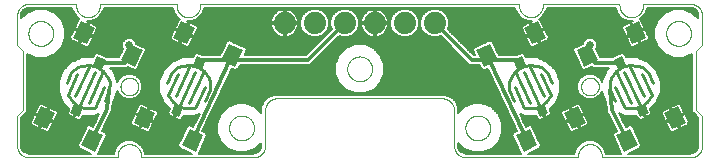
<source format=gtl>
G75*
%MOIN*%
%OFA0B0*%
%FSLAX25Y25*%
%IPPOS*%
%LPD*%
%AMOC8*
5,1,8,0,0,1.08239X$1,22.5*
%
%ADD10C,0.00000*%
%ADD11C,0.07400*%
%ADD12C,0.01000*%
%ADD13R,0.03150X0.03150*%
%ADD14R,0.05118X0.06102*%
%ADD15C,0.00600*%
%ADD16C,0.02581*%
%ADD17C,0.01200*%
D10*
X0007206Y0003269D02*
X0036733Y0003269D01*
X0036733Y0003761D01*
X0040670Y0007698D02*
X0040794Y0007696D01*
X0040917Y0007690D01*
X0041041Y0007681D01*
X0041163Y0007667D01*
X0041286Y0007650D01*
X0041408Y0007628D01*
X0041529Y0007603D01*
X0041649Y0007574D01*
X0041768Y0007542D01*
X0041887Y0007505D01*
X0042004Y0007465D01*
X0042119Y0007422D01*
X0042234Y0007374D01*
X0042346Y0007323D01*
X0042457Y0007269D01*
X0042567Y0007211D01*
X0042674Y0007150D01*
X0042780Y0007085D01*
X0042883Y0007017D01*
X0042984Y0006946D01*
X0043083Y0006872D01*
X0043180Y0006795D01*
X0043274Y0006714D01*
X0043365Y0006631D01*
X0043454Y0006545D01*
X0043540Y0006456D01*
X0043623Y0006365D01*
X0043704Y0006271D01*
X0043781Y0006174D01*
X0043855Y0006075D01*
X0043926Y0005974D01*
X0043994Y0005871D01*
X0044059Y0005765D01*
X0044120Y0005658D01*
X0044178Y0005548D01*
X0044232Y0005437D01*
X0044283Y0005325D01*
X0044331Y0005210D01*
X0044374Y0005095D01*
X0044414Y0004978D01*
X0044451Y0004859D01*
X0044483Y0004740D01*
X0044512Y0004620D01*
X0044537Y0004499D01*
X0044559Y0004377D01*
X0044576Y0004254D01*
X0044590Y0004132D01*
X0044599Y0004008D01*
X0044605Y0003885D01*
X0044607Y0003761D01*
X0044607Y0003269D01*
X0082009Y0003269D01*
X0082133Y0003271D01*
X0082256Y0003277D01*
X0082380Y0003286D01*
X0082502Y0003300D01*
X0082625Y0003317D01*
X0082747Y0003339D01*
X0082868Y0003364D01*
X0082988Y0003393D01*
X0083107Y0003425D01*
X0083226Y0003462D01*
X0083343Y0003502D01*
X0083458Y0003545D01*
X0083573Y0003593D01*
X0083685Y0003644D01*
X0083796Y0003698D01*
X0083906Y0003756D01*
X0084013Y0003817D01*
X0084119Y0003882D01*
X0084222Y0003950D01*
X0084323Y0004021D01*
X0084422Y0004095D01*
X0084519Y0004172D01*
X0084613Y0004253D01*
X0084704Y0004336D01*
X0084793Y0004422D01*
X0084879Y0004511D01*
X0084962Y0004602D01*
X0085043Y0004696D01*
X0085120Y0004793D01*
X0085194Y0004892D01*
X0085265Y0004993D01*
X0085333Y0005096D01*
X0085398Y0005202D01*
X0085459Y0005309D01*
X0085517Y0005419D01*
X0085571Y0005530D01*
X0085622Y0005642D01*
X0085670Y0005757D01*
X0085713Y0005872D01*
X0085753Y0005989D01*
X0085790Y0006108D01*
X0085822Y0006227D01*
X0085851Y0006347D01*
X0085876Y0006468D01*
X0085898Y0006590D01*
X0085915Y0006713D01*
X0085929Y0006835D01*
X0085938Y0006959D01*
X0085944Y0007082D01*
X0085946Y0007206D01*
X0085946Y0019017D01*
X0085948Y0019141D01*
X0085954Y0019264D01*
X0085963Y0019388D01*
X0085977Y0019510D01*
X0085994Y0019633D01*
X0086016Y0019755D01*
X0086041Y0019876D01*
X0086070Y0019996D01*
X0086102Y0020115D01*
X0086139Y0020234D01*
X0086179Y0020351D01*
X0086222Y0020466D01*
X0086270Y0020581D01*
X0086321Y0020693D01*
X0086375Y0020804D01*
X0086433Y0020914D01*
X0086494Y0021021D01*
X0086559Y0021127D01*
X0086627Y0021230D01*
X0086698Y0021331D01*
X0086772Y0021430D01*
X0086849Y0021527D01*
X0086930Y0021621D01*
X0087013Y0021712D01*
X0087099Y0021801D01*
X0087188Y0021887D01*
X0087279Y0021970D01*
X0087373Y0022051D01*
X0087470Y0022128D01*
X0087569Y0022202D01*
X0087670Y0022273D01*
X0087773Y0022341D01*
X0087879Y0022406D01*
X0087986Y0022467D01*
X0088096Y0022525D01*
X0088207Y0022579D01*
X0088319Y0022630D01*
X0088434Y0022678D01*
X0088549Y0022721D01*
X0088666Y0022761D01*
X0088785Y0022798D01*
X0088904Y0022830D01*
X0089024Y0022859D01*
X0089145Y0022884D01*
X0089267Y0022906D01*
X0089390Y0022923D01*
X0089512Y0022937D01*
X0089636Y0022946D01*
X0089759Y0022952D01*
X0089883Y0022954D01*
X0145001Y0022954D01*
X0145125Y0022952D01*
X0145248Y0022946D01*
X0145372Y0022937D01*
X0145494Y0022923D01*
X0145617Y0022906D01*
X0145739Y0022884D01*
X0145860Y0022859D01*
X0145980Y0022830D01*
X0146099Y0022798D01*
X0146218Y0022761D01*
X0146335Y0022721D01*
X0146450Y0022678D01*
X0146565Y0022630D01*
X0146677Y0022579D01*
X0146788Y0022525D01*
X0146898Y0022467D01*
X0147005Y0022406D01*
X0147111Y0022341D01*
X0147214Y0022273D01*
X0147315Y0022202D01*
X0147414Y0022128D01*
X0147511Y0022051D01*
X0147605Y0021970D01*
X0147696Y0021887D01*
X0147785Y0021801D01*
X0147871Y0021712D01*
X0147954Y0021621D01*
X0148035Y0021527D01*
X0148112Y0021430D01*
X0148186Y0021331D01*
X0148257Y0021230D01*
X0148325Y0021127D01*
X0148390Y0021021D01*
X0148451Y0020914D01*
X0148509Y0020804D01*
X0148563Y0020693D01*
X0148614Y0020581D01*
X0148662Y0020466D01*
X0148705Y0020351D01*
X0148745Y0020234D01*
X0148782Y0020115D01*
X0148814Y0019996D01*
X0148843Y0019876D01*
X0148868Y0019755D01*
X0148890Y0019633D01*
X0148907Y0019510D01*
X0148921Y0019388D01*
X0148930Y0019264D01*
X0148936Y0019141D01*
X0148938Y0019017D01*
X0148938Y0007206D01*
X0148940Y0007082D01*
X0148946Y0006959D01*
X0148955Y0006835D01*
X0148969Y0006713D01*
X0148986Y0006590D01*
X0149008Y0006468D01*
X0149033Y0006347D01*
X0149062Y0006227D01*
X0149094Y0006108D01*
X0149131Y0005989D01*
X0149171Y0005872D01*
X0149214Y0005757D01*
X0149262Y0005642D01*
X0149313Y0005530D01*
X0149367Y0005419D01*
X0149425Y0005309D01*
X0149486Y0005202D01*
X0149551Y0005096D01*
X0149619Y0004993D01*
X0149690Y0004892D01*
X0149764Y0004793D01*
X0149841Y0004696D01*
X0149922Y0004602D01*
X0150005Y0004511D01*
X0150091Y0004422D01*
X0150180Y0004336D01*
X0150271Y0004253D01*
X0150365Y0004172D01*
X0150462Y0004095D01*
X0150561Y0004021D01*
X0150662Y0003950D01*
X0150765Y0003882D01*
X0150871Y0003817D01*
X0150978Y0003756D01*
X0151088Y0003698D01*
X0151199Y0003644D01*
X0151311Y0003593D01*
X0151426Y0003545D01*
X0151541Y0003502D01*
X0151658Y0003462D01*
X0151777Y0003425D01*
X0151896Y0003393D01*
X0152016Y0003364D01*
X0152137Y0003339D01*
X0152259Y0003317D01*
X0152382Y0003300D01*
X0152504Y0003286D01*
X0152628Y0003277D01*
X0152751Y0003271D01*
X0152875Y0003269D01*
X0190276Y0003269D01*
X0190276Y0003761D01*
X0194213Y0007698D02*
X0194337Y0007696D01*
X0194460Y0007690D01*
X0194584Y0007681D01*
X0194706Y0007667D01*
X0194829Y0007650D01*
X0194951Y0007628D01*
X0195072Y0007603D01*
X0195192Y0007574D01*
X0195311Y0007542D01*
X0195430Y0007505D01*
X0195547Y0007465D01*
X0195662Y0007422D01*
X0195777Y0007374D01*
X0195889Y0007323D01*
X0196000Y0007269D01*
X0196110Y0007211D01*
X0196217Y0007150D01*
X0196323Y0007085D01*
X0196426Y0007017D01*
X0196527Y0006946D01*
X0196626Y0006872D01*
X0196723Y0006795D01*
X0196817Y0006714D01*
X0196908Y0006631D01*
X0196997Y0006545D01*
X0197083Y0006456D01*
X0197166Y0006365D01*
X0197247Y0006271D01*
X0197324Y0006174D01*
X0197398Y0006075D01*
X0197469Y0005974D01*
X0197537Y0005871D01*
X0197602Y0005765D01*
X0197663Y0005658D01*
X0197721Y0005548D01*
X0197775Y0005437D01*
X0197826Y0005325D01*
X0197874Y0005210D01*
X0197917Y0005095D01*
X0197957Y0004978D01*
X0197994Y0004859D01*
X0198026Y0004740D01*
X0198055Y0004620D01*
X0198080Y0004499D01*
X0198102Y0004377D01*
X0198119Y0004254D01*
X0198133Y0004132D01*
X0198142Y0004008D01*
X0198148Y0003885D01*
X0198150Y0003761D01*
X0198150Y0003269D01*
X0227678Y0003269D01*
X0227802Y0003271D01*
X0227925Y0003277D01*
X0228049Y0003286D01*
X0228171Y0003300D01*
X0228294Y0003317D01*
X0228416Y0003339D01*
X0228537Y0003364D01*
X0228657Y0003393D01*
X0228776Y0003425D01*
X0228895Y0003462D01*
X0229012Y0003502D01*
X0229127Y0003545D01*
X0229242Y0003593D01*
X0229354Y0003644D01*
X0229465Y0003698D01*
X0229575Y0003756D01*
X0229682Y0003817D01*
X0229788Y0003882D01*
X0229891Y0003950D01*
X0229992Y0004021D01*
X0230091Y0004095D01*
X0230188Y0004172D01*
X0230282Y0004253D01*
X0230373Y0004336D01*
X0230462Y0004422D01*
X0230548Y0004511D01*
X0230631Y0004602D01*
X0230712Y0004696D01*
X0230789Y0004793D01*
X0230863Y0004892D01*
X0230934Y0004993D01*
X0231002Y0005096D01*
X0231067Y0005202D01*
X0231128Y0005309D01*
X0231186Y0005419D01*
X0231240Y0005530D01*
X0231291Y0005642D01*
X0231339Y0005757D01*
X0231382Y0005872D01*
X0231422Y0005989D01*
X0231459Y0006108D01*
X0231491Y0006227D01*
X0231520Y0006347D01*
X0231545Y0006468D01*
X0231567Y0006590D01*
X0231584Y0006713D01*
X0231598Y0006835D01*
X0231607Y0006959D01*
X0231613Y0007082D01*
X0231615Y0007206D01*
X0231615Y0017048D01*
X0229646Y0019017D01*
X0229646Y0038702D01*
X0231615Y0040670D01*
X0231615Y0050513D01*
X0231613Y0050637D01*
X0231607Y0050760D01*
X0231598Y0050884D01*
X0231584Y0051006D01*
X0231567Y0051129D01*
X0231545Y0051251D01*
X0231520Y0051372D01*
X0231491Y0051492D01*
X0231459Y0051611D01*
X0231422Y0051730D01*
X0231382Y0051847D01*
X0231339Y0051962D01*
X0231291Y0052077D01*
X0231240Y0052189D01*
X0231186Y0052300D01*
X0231128Y0052410D01*
X0231067Y0052517D01*
X0231002Y0052623D01*
X0230934Y0052726D01*
X0230863Y0052827D01*
X0230789Y0052926D01*
X0230712Y0053023D01*
X0230631Y0053117D01*
X0230548Y0053208D01*
X0230462Y0053297D01*
X0230373Y0053383D01*
X0230282Y0053466D01*
X0230188Y0053547D01*
X0230091Y0053624D01*
X0229992Y0053698D01*
X0229891Y0053769D01*
X0229788Y0053837D01*
X0229682Y0053902D01*
X0229575Y0053963D01*
X0229465Y0054021D01*
X0229354Y0054075D01*
X0229242Y0054126D01*
X0229127Y0054174D01*
X0229012Y0054217D01*
X0228895Y0054257D01*
X0228776Y0054294D01*
X0228657Y0054326D01*
X0228537Y0054355D01*
X0228416Y0054380D01*
X0228294Y0054402D01*
X0228171Y0054419D01*
X0228049Y0054433D01*
X0227925Y0054442D01*
X0227802Y0054448D01*
X0227678Y0054450D01*
X0211930Y0054450D01*
X0211930Y0053957D01*
X0207993Y0050020D02*
X0207869Y0050022D01*
X0207746Y0050028D01*
X0207622Y0050037D01*
X0207500Y0050051D01*
X0207377Y0050068D01*
X0207255Y0050090D01*
X0207134Y0050115D01*
X0207014Y0050144D01*
X0206895Y0050176D01*
X0206776Y0050213D01*
X0206659Y0050253D01*
X0206544Y0050296D01*
X0206429Y0050344D01*
X0206317Y0050395D01*
X0206206Y0050449D01*
X0206096Y0050507D01*
X0205989Y0050568D01*
X0205883Y0050633D01*
X0205780Y0050701D01*
X0205679Y0050772D01*
X0205580Y0050846D01*
X0205483Y0050923D01*
X0205389Y0051004D01*
X0205298Y0051087D01*
X0205209Y0051173D01*
X0205123Y0051262D01*
X0205040Y0051353D01*
X0204959Y0051447D01*
X0204882Y0051544D01*
X0204808Y0051643D01*
X0204737Y0051744D01*
X0204669Y0051847D01*
X0204604Y0051953D01*
X0204543Y0052060D01*
X0204485Y0052170D01*
X0204431Y0052281D01*
X0204380Y0052393D01*
X0204332Y0052508D01*
X0204289Y0052623D01*
X0204249Y0052740D01*
X0204212Y0052859D01*
X0204180Y0052978D01*
X0204151Y0053098D01*
X0204126Y0053219D01*
X0204104Y0053341D01*
X0204087Y0053464D01*
X0204073Y0053586D01*
X0204064Y0053710D01*
X0204058Y0053833D01*
X0204056Y0053957D01*
X0204056Y0054450D01*
X0178465Y0054450D01*
X0178465Y0053957D01*
X0174528Y0050020D02*
X0174404Y0050022D01*
X0174281Y0050028D01*
X0174157Y0050037D01*
X0174035Y0050051D01*
X0173912Y0050068D01*
X0173790Y0050090D01*
X0173669Y0050115D01*
X0173549Y0050144D01*
X0173430Y0050176D01*
X0173311Y0050213D01*
X0173194Y0050253D01*
X0173079Y0050296D01*
X0172964Y0050344D01*
X0172852Y0050395D01*
X0172741Y0050449D01*
X0172631Y0050507D01*
X0172524Y0050568D01*
X0172418Y0050633D01*
X0172315Y0050701D01*
X0172214Y0050772D01*
X0172115Y0050846D01*
X0172018Y0050923D01*
X0171924Y0051004D01*
X0171833Y0051087D01*
X0171744Y0051173D01*
X0171658Y0051262D01*
X0171575Y0051353D01*
X0171494Y0051447D01*
X0171417Y0051544D01*
X0171343Y0051643D01*
X0171272Y0051744D01*
X0171204Y0051847D01*
X0171139Y0051953D01*
X0171078Y0052060D01*
X0171020Y0052170D01*
X0170966Y0052281D01*
X0170915Y0052393D01*
X0170867Y0052508D01*
X0170824Y0052623D01*
X0170784Y0052740D01*
X0170747Y0052859D01*
X0170715Y0052978D01*
X0170686Y0053098D01*
X0170661Y0053219D01*
X0170639Y0053341D01*
X0170622Y0053464D01*
X0170608Y0053586D01*
X0170599Y0053710D01*
X0170593Y0053833D01*
X0170591Y0053957D01*
X0170591Y0054450D01*
X0064292Y0054450D01*
X0064292Y0053957D01*
X0060355Y0050020D02*
X0060231Y0050022D01*
X0060108Y0050028D01*
X0059984Y0050037D01*
X0059862Y0050051D01*
X0059739Y0050068D01*
X0059617Y0050090D01*
X0059496Y0050115D01*
X0059376Y0050144D01*
X0059257Y0050176D01*
X0059138Y0050213D01*
X0059021Y0050253D01*
X0058906Y0050296D01*
X0058791Y0050344D01*
X0058679Y0050395D01*
X0058568Y0050449D01*
X0058458Y0050507D01*
X0058351Y0050568D01*
X0058245Y0050633D01*
X0058142Y0050701D01*
X0058041Y0050772D01*
X0057942Y0050846D01*
X0057845Y0050923D01*
X0057751Y0051004D01*
X0057660Y0051087D01*
X0057571Y0051173D01*
X0057485Y0051262D01*
X0057402Y0051353D01*
X0057321Y0051447D01*
X0057244Y0051544D01*
X0057170Y0051643D01*
X0057099Y0051744D01*
X0057031Y0051847D01*
X0056966Y0051953D01*
X0056905Y0052060D01*
X0056847Y0052170D01*
X0056793Y0052281D01*
X0056742Y0052393D01*
X0056694Y0052508D01*
X0056651Y0052623D01*
X0056611Y0052740D01*
X0056574Y0052859D01*
X0056542Y0052978D01*
X0056513Y0053098D01*
X0056488Y0053219D01*
X0056466Y0053341D01*
X0056449Y0053464D01*
X0056435Y0053586D01*
X0056426Y0053710D01*
X0056420Y0053833D01*
X0056418Y0053957D01*
X0056418Y0054450D01*
X0030828Y0054450D01*
X0030828Y0053957D01*
X0026891Y0050020D02*
X0026767Y0050022D01*
X0026644Y0050028D01*
X0026520Y0050037D01*
X0026398Y0050051D01*
X0026275Y0050068D01*
X0026153Y0050090D01*
X0026032Y0050115D01*
X0025912Y0050144D01*
X0025793Y0050176D01*
X0025674Y0050213D01*
X0025557Y0050253D01*
X0025442Y0050296D01*
X0025327Y0050344D01*
X0025215Y0050395D01*
X0025104Y0050449D01*
X0024994Y0050507D01*
X0024887Y0050568D01*
X0024781Y0050633D01*
X0024678Y0050701D01*
X0024577Y0050772D01*
X0024478Y0050846D01*
X0024381Y0050923D01*
X0024287Y0051004D01*
X0024196Y0051087D01*
X0024107Y0051173D01*
X0024021Y0051262D01*
X0023938Y0051353D01*
X0023857Y0051447D01*
X0023780Y0051544D01*
X0023706Y0051643D01*
X0023635Y0051744D01*
X0023567Y0051847D01*
X0023502Y0051953D01*
X0023441Y0052060D01*
X0023383Y0052170D01*
X0023329Y0052281D01*
X0023278Y0052393D01*
X0023230Y0052508D01*
X0023187Y0052623D01*
X0023147Y0052740D01*
X0023110Y0052859D01*
X0023078Y0052978D01*
X0023049Y0053098D01*
X0023024Y0053219D01*
X0023002Y0053341D01*
X0022985Y0053464D01*
X0022971Y0053586D01*
X0022962Y0053710D01*
X0022956Y0053833D01*
X0022954Y0053957D01*
X0022954Y0054450D01*
X0007206Y0054450D01*
X0007082Y0054448D01*
X0006959Y0054442D01*
X0006835Y0054433D01*
X0006713Y0054419D01*
X0006590Y0054402D01*
X0006468Y0054380D01*
X0006347Y0054355D01*
X0006227Y0054326D01*
X0006108Y0054294D01*
X0005989Y0054257D01*
X0005872Y0054217D01*
X0005757Y0054174D01*
X0005642Y0054126D01*
X0005530Y0054075D01*
X0005419Y0054021D01*
X0005309Y0053963D01*
X0005202Y0053902D01*
X0005096Y0053837D01*
X0004993Y0053769D01*
X0004892Y0053698D01*
X0004793Y0053624D01*
X0004696Y0053547D01*
X0004602Y0053466D01*
X0004511Y0053383D01*
X0004422Y0053297D01*
X0004336Y0053208D01*
X0004253Y0053117D01*
X0004172Y0053023D01*
X0004095Y0052926D01*
X0004021Y0052827D01*
X0003950Y0052726D01*
X0003882Y0052623D01*
X0003817Y0052517D01*
X0003756Y0052410D01*
X0003698Y0052300D01*
X0003644Y0052189D01*
X0003593Y0052077D01*
X0003545Y0051962D01*
X0003502Y0051847D01*
X0003462Y0051730D01*
X0003425Y0051611D01*
X0003393Y0051492D01*
X0003364Y0051372D01*
X0003339Y0051251D01*
X0003317Y0051129D01*
X0003300Y0051006D01*
X0003286Y0050884D01*
X0003277Y0050760D01*
X0003271Y0050637D01*
X0003269Y0050513D01*
X0003269Y0040670D01*
X0005237Y0038702D01*
X0005237Y0019017D01*
X0003269Y0017048D01*
X0003269Y0007206D01*
X0003271Y0007082D01*
X0003277Y0006959D01*
X0003286Y0006835D01*
X0003300Y0006713D01*
X0003317Y0006590D01*
X0003339Y0006468D01*
X0003364Y0006347D01*
X0003393Y0006227D01*
X0003425Y0006108D01*
X0003462Y0005989D01*
X0003502Y0005872D01*
X0003545Y0005757D01*
X0003593Y0005642D01*
X0003644Y0005530D01*
X0003698Y0005419D01*
X0003756Y0005309D01*
X0003817Y0005202D01*
X0003882Y0005096D01*
X0003950Y0004993D01*
X0004021Y0004892D01*
X0004095Y0004793D01*
X0004172Y0004696D01*
X0004253Y0004602D01*
X0004336Y0004511D01*
X0004422Y0004422D01*
X0004511Y0004336D01*
X0004602Y0004253D01*
X0004696Y0004172D01*
X0004793Y0004095D01*
X0004892Y0004021D01*
X0004993Y0003950D01*
X0005096Y0003882D01*
X0005202Y0003817D01*
X0005309Y0003756D01*
X0005419Y0003698D01*
X0005530Y0003644D01*
X0005642Y0003593D01*
X0005757Y0003545D01*
X0005872Y0003502D01*
X0005989Y0003462D01*
X0006108Y0003425D01*
X0006227Y0003393D01*
X0006347Y0003364D01*
X0006468Y0003339D01*
X0006590Y0003317D01*
X0006713Y0003300D01*
X0006835Y0003286D01*
X0006959Y0003277D01*
X0007082Y0003271D01*
X0007206Y0003269D01*
X0036733Y0003761D02*
X0036735Y0003885D01*
X0036741Y0004008D01*
X0036750Y0004132D01*
X0036764Y0004254D01*
X0036781Y0004377D01*
X0036803Y0004499D01*
X0036828Y0004620D01*
X0036857Y0004740D01*
X0036889Y0004859D01*
X0036926Y0004978D01*
X0036966Y0005095D01*
X0037009Y0005210D01*
X0037057Y0005325D01*
X0037108Y0005437D01*
X0037162Y0005548D01*
X0037220Y0005658D01*
X0037281Y0005765D01*
X0037346Y0005871D01*
X0037414Y0005974D01*
X0037485Y0006075D01*
X0037559Y0006174D01*
X0037636Y0006271D01*
X0037717Y0006365D01*
X0037800Y0006456D01*
X0037886Y0006545D01*
X0037975Y0006631D01*
X0038066Y0006714D01*
X0038160Y0006795D01*
X0038257Y0006872D01*
X0038356Y0006946D01*
X0038457Y0007017D01*
X0038560Y0007085D01*
X0038666Y0007150D01*
X0038773Y0007211D01*
X0038883Y0007269D01*
X0038994Y0007323D01*
X0039106Y0007374D01*
X0039221Y0007422D01*
X0039336Y0007465D01*
X0039453Y0007505D01*
X0039572Y0007542D01*
X0039691Y0007574D01*
X0039811Y0007603D01*
X0039932Y0007628D01*
X0040054Y0007650D01*
X0040177Y0007667D01*
X0040299Y0007681D01*
X0040423Y0007690D01*
X0040546Y0007696D01*
X0040670Y0007698D01*
X0073938Y0013111D02*
X0073940Y0013239D01*
X0073946Y0013367D01*
X0073956Y0013494D01*
X0073970Y0013622D01*
X0073987Y0013748D01*
X0074009Y0013874D01*
X0074035Y0014000D01*
X0074064Y0014124D01*
X0074097Y0014248D01*
X0074134Y0014370D01*
X0074175Y0014491D01*
X0074220Y0014611D01*
X0074268Y0014730D01*
X0074320Y0014847D01*
X0074376Y0014962D01*
X0074435Y0015076D01*
X0074497Y0015187D01*
X0074563Y0015297D01*
X0074632Y0015404D01*
X0074705Y0015510D01*
X0074781Y0015613D01*
X0074860Y0015713D01*
X0074942Y0015812D01*
X0075027Y0015907D01*
X0075115Y0016000D01*
X0075206Y0016090D01*
X0075299Y0016177D01*
X0075396Y0016262D01*
X0075494Y0016343D01*
X0075596Y0016421D01*
X0075699Y0016496D01*
X0075805Y0016568D01*
X0075913Y0016637D01*
X0076023Y0016702D01*
X0076136Y0016763D01*
X0076250Y0016822D01*
X0076365Y0016876D01*
X0076483Y0016927D01*
X0076601Y0016975D01*
X0076722Y0017018D01*
X0076843Y0017058D01*
X0076966Y0017094D01*
X0077090Y0017127D01*
X0077215Y0017155D01*
X0077340Y0017180D01*
X0077466Y0017200D01*
X0077593Y0017217D01*
X0077721Y0017230D01*
X0077848Y0017239D01*
X0077976Y0017244D01*
X0078104Y0017245D01*
X0078232Y0017242D01*
X0078360Y0017235D01*
X0078487Y0017224D01*
X0078614Y0017209D01*
X0078741Y0017191D01*
X0078867Y0017168D01*
X0078992Y0017141D01*
X0079116Y0017111D01*
X0079239Y0017077D01*
X0079362Y0017039D01*
X0079483Y0016997D01*
X0079602Y0016951D01*
X0079720Y0016902D01*
X0079837Y0016849D01*
X0079952Y0016793D01*
X0080065Y0016733D01*
X0080176Y0016670D01*
X0080285Y0016603D01*
X0080392Y0016533D01*
X0080497Y0016459D01*
X0080599Y0016383D01*
X0080699Y0016303D01*
X0080797Y0016220D01*
X0080892Y0016134D01*
X0080984Y0016045D01*
X0081073Y0015954D01*
X0081160Y0015860D01*
X0081243Y0015763D01*
X0081324Y0015663D01*
X0081401Y0015562D01*
X0081476Y0015457D01*
X0081547Y0015351D01*
X0081614Y0015242D01*
X0081679Y0015132D01*
X0081739Y0015019D01*
X0081797Y0014905D01*
X0081850Y0014789D01*
X0081900Y0014671D01*
X0081947Y0014552D01*
X0081990Y0014431D01*
X0082029Y0014309D01*
X0082064Y0014186D01*
X0082095Y0014062D01*
X0082123Y0013937D01*
X0082146Y0013811D01*
X0082166Y0013685D01*
X0082182Y0013558D01*
X0082194Y0013431D01*
X0082202Y0013303D01*
X0082206Y0013175D01*
X0082206Y0013047D01*
X0082202Y0012919D01*
X0082194Y0012791D01*
X0082182Y0012664D01*
X0082166Y0012537D01*
X0082146Y0012411D01*
X0082123Y0012285D01*
X0082095Y0012160D01*
X0082064Y0012036D01*
X0082029Y0011913D01*
X0081990Y0011791D01*
X0081947Y0011670D01*
X0081900Y0011551D01*
X0081850Y0011433D01*
X0081797Y0011317D01*
X0081739Y0011203D01*
X0081679Y0011090D01*
X0081614Y0010980D01*
X0081547Y0010871D01*
X0081476Y0010765D01*
X0081401Y0010660D01*
X0081324Y0010559D01*
X0081243Y0010459D01*
X0081160Y0010362D01*
X0081073Y0010268D01*
X0080984Y0010177D01*
X0080892Y0010088D01*
X0080797Y0010002D01*
X0080699Y0009919D01*
X0080599Y0009839D01*
X0080497Y0009763D01*
X0080392Y0009689D01*
X0080285Y0009619D01*
X0080176Y0009552D01*
X0080065Y0009489D01*
X0079952Y0009429D01*
X0079837Y0009373D01*
X0079720Y0009320D01*
X0079602Y0009271D01*
X0079483Y0009225D01*
X0079362Y0009183D01*
X0079239Y0009145D01*
X0079116Y0009111D01*
X0078992Y0009081D01*
X0078867Y0009054D01*
X0078741Y0009031D01*
X0078614Y0009013D01*
X0078487Y0008998D01*
X0078360Y0008987D01*
X0078232Y0008980D01*
X0078104Y0008977D01*
X0077976Y0008978D01*
X0077848Y0008983D01*
X0077721Y0008992D01*
X0077593Y0009005D01*
X0077466Y0009022D01*
X0077340Y0009042D01*
X0077215Y0009067D01*
X0077090Y0009095D01*
X0076966Y0009128D01*
X0076843Y0009164D01*
X0076722Y0009204D01*
X0076601Y0009247D01*
X0076483Y0009295D01*
X0076365Y0009346D01*
X0076250Y0009400D01*
X0076136Y0009459D01*
X0076023Y0009520D01*
X0075913Y0009585D01*
X0075805Y0009654D01*
X0075699Y0009726D01*
X0075596Y0009801D01*
X0075494Y0009879D01*
X0075396Y0009960D01*
X0075299Y0010045D01*
X0075206Y0010132D01*
X0075115Y0010222D01*
X0075027Y0010315D01*
X0074942Y0010410D01*
X0074860Y0010509D01*
X0074781Y0010609D01*
X0074705Y0010712D01*
X0074632Y0010818D01*
X0074563Y0010925D01*
X0074497Y0011035D01*
X0074435Y0011146D01*
X0074376Y0011260D01*
X0074320Y0011375D01*
X0074268Y0011492D01*
X0074220Y0011611D01*
X0074175Y0011731D01*
X0074134Y0011852D01*
X0074097Y0011974D01*
X0074064Y0012098D01*
X0074035Y0012222D01*
X0074009Y0012348D01*
X0073987Y0012474D01*
X0073970Y0012600D01*
X0073956Y0012728D01*
X0073946Y0012855D01*
X0073940Y0012983D01*
X0073938Y0013111D01*
X0037717Y0026891D02*
X0037719Y0026999D01*
X0037725Y0027108D01*
X0037735Y0027216D01*
X0037749Y0027323D01*
X0037767Y0027430D01*
X0037788Y0027537D01*
X0037814Y0027642D01*
X0037844Y0027747D01*
X0037877Y0027850D01*
X0037914Y0027952D01*
X0037955Y0028052D01*
X0037999Y0028151D01*
X0038048Y0028249D01*
X0038099Y0028344D01*
X0038154Y0028437D01*
X0038213Y0028529D01*
X0038275Y0028618D01*
X0038340Y0028705D01*
X0038408Y0028789D01*
X0038479Y0028871D01*
X0038553Y0028950D01*
X0038630Y0029026D01*
X0038710Y0029100D01*
X0038793Y0029170D01*
X0038878Y0029238D01*
X0038965Y0029302D01*
X0039055Y0029363D01*
X0039147Y0029421D01*
X0039241Y0029475D01*
X0039337Y0029526D01*
X0039434Y0029573D01*
X0039534Y0029617D01*
X0039635Y0029657D01*
X0039737Y0029693D01*
X0039840Y0029725D01*
X0039945Y0029754D01*
X0040051Y0029778D01*
X0040157Y0029799D01*
X0040264Y0029816D01*
X0040372Y0029829D01*
X0040480Y0029838D01*
X0040589Y0029843D01*
X0040697Y0029844D01*
X0040806Y0029841D01*
X0040914Y0029834D01*
X0041022Y0029823D01*
X0041129Y0029808D01*
X0041236Y0029789D01*
X0041342Y0029766D01*
X0041447Y0029740D01*
X0041552Y0029709D01*
X0041654Y0029675D01*
X0041756Y0029637D01*
X0041856Y0029595D01*
X0041955Y0029550D01*
X0042052Y0029501D01*
X0042146Y0029448D01*
X0042239Y0029392D01*
X0042330Y0029333D01*
X0042419Y0029270D01*
X0042505Y0029205D01*
X0042589Y0029136D01*
X0042670Y0029064D01*
X0042748Y0028989D01*
X0042824Y0028911D01*
X0042897Y0028830D01*
X0042967Y0028747D01*
X0043033Y0028662D01*
X0043097Y0028574D01*
X0043157Y0028483D01*
X0043214Y0028391D01*
X0043267Y0028296D01*
X0043317Y0028200D01*
X0043363Y0028102D01*
X0043406Y0028002D01*
X0043445Y0027901D01*
X0043480Y0027798D01*
X0043512Y0027695D01*
X0043539Y0027590D01*
X0043563Y0027484D01*
X0043583Y0027377D01*
X0043599Y0027270D01*
X0043611Y0027162D01*
X0043619Y0027054D01*
X0043623Y0026945D01*
X0043623Y0026837D01*
X0043619Y0026728D01*
X0043611Y0026620D01*
X0043599Y0026512D01*
X0043583Y0026405D01*
X0043563Y0026298D01*
X0043539Y0026192D01*
X0043512Y0026087D01*
X0043480Y0025984D01*
X0043445Y0025881D01*
X0043406Y0025780D01*
X0043363Y0025680D01*
X0043317Y0025582D01*
X0043267Y0025486D01*
X0043214Y0025391D01*
X0043157Y0025299D01*
X0043097Y0025208D01*
X0043033Y0025120D01*
X0042967Y0025035D01*
X0042897Y0024952D01*
X0042824Y0024871D01*
X0042748Y0024793D01*
X0042670Y0024718D01*
X0042589Y0024646D01*
X0042505Y0024577D01*
X0042419Y0024512D01*
X0042330Y0024449D01*
X0042239Y0024390D01*
X0042147Y0024334D01*
X0042052Y0024281D01*
X0041955Y0024232D01*
X0041856Y0024187D01*
X0041756Y0024145D01*
X0041654Y0024107D01*
X0041552Y0024073D01*
X0041447Y0024042D01*
X0041342Y0024016D01*
X0041236Y0023993D01*
X0041129Y0023974D01*
X0041022Y0023959D01*
X0040914Y0023948D01*
X0040806Y0023941D01*
X0040697Y0023938D01*
X0040589Y0023939D01*
X0040480Y0023944D01*
X0040372Y0023953D01*
X0040264Y0023966D01*
X0040157Y0023983D01*
X0040051Y0024004D01*
X0039945Y0024028D01*
X0039840Y0024057D01*
X0039737Y0024089D01*
X0039635Y0024125D01*
X0039534Y0024165D01*
X0039434Y0024209D01*
X0039337Y0024256D01*
X0039241Y0024307D01*
X0039147Y0024361D01*
X0039055Y0024419D01*
X0038965Y0024480D01*
X0038878Y0024544D01*
X0038793Y0024612D01*
X0038710Y0024682D01*
X0038630Y0024756D01*
X0038553Y0024832D01*
X0038479Y0024911D01*
X0038408Y0024993D01*
X0038340Y0025077D01*
X0038275Y0025164D01*
X0038213Y0025253D01*
X0038154Y0025345D01*
X0038099Y0025438D01*
X0038048Y0025533D01*
X0037999Y0025631D01*
X0037955Y0025730D01*
X0037914Y0025830D01*
X0037877Y0025932D01*
X0037844Y0026035D01*
X0037814Y0026140D01*
X0037788Y0026245D01*
X0037767Y0026352D01*
X0037749Y0026459D01*
X0037735Y0026566D01*
X0037725Y0026674D01*
X0037719Y0026783D01*
X0037717Y0026891D01*
X0007009Y0044607D02*
X0007011Y0044735D01*
X0007017Y0044863D01*
X0007027Y0044990D01*
X0007041Y0045118D01*
X0007058Y0045244D01*
X0007080Y0045370D01*
X0007106Y0045496D01*
X0007135Y0045620D01*
X0007168Y0045744D01*
X0007205Y0045866D01*
X0007246Y0045987D01*
X0007291Y0046107D01*
X0007339Y0046226D01*
X0007391Y0046343D01*
X0007447Y0046458D01*
X0007506Y0046572D01*
X0007568Y0046683D01*
X0007634Y0046793D01*
X0007703Y0046900D01*
X0007776Y0047006D01*
X0007852Y0047109D01*
X0007931Y0047209D01*
X0008013Y0047308D01*
X0008098Y0047403D01*
X0008186Y0047496D01*
X0008277Y0047586D01*
X0008370Y0047673D01*
X0008467Y0047758D01*
X0008565Y0047839D01*
X0008667Y0047917D01*
X0008770Y0047992D01*
X0008876Y0048064D01*
X0008984Y0048133D01*
X0009094Y0048198D01*
X0009207Y0048259D01*
X0009321Y0048318D01*
X0009436Y0048372D01*
X0009554Y0048423D01*
X0009672Y0048471D01*
X0009793Y0048514D01*
X0009914Y0048554D01*
X0010037Y0048590D01*
X0010161Y0048623D01*
X0010286Y0048651D01*
X0010411Y0048676D01*
X0010537Y0048696D01*
X0010664Y0048713D01*
X0010792Y0048726D01*
X0010919Y0048735D01*
X0011047Y0048740D01*
X0011175Y0048741D01*
X0011303Y0048738D01*
X0011431Y0048731D01*
X0011558Y0048720D01*
X0011685Y0048705D01*
X0011812Y0048687D01*
X0011938Y0048664D01*
X0012063Y0048637D01*
X0012187Y0048607D01*
X0012310Y0048573D01*
X0012433Y0048535D01*
X0012554Y0048493D01*
X0012673Y0048447D01*
X0012791Y0048398D01*
X0012908Y0048345D01*
X0013023Y0048289D01*
X0013136Y0048229D01*
X0013247Y0048166D01*
X0013356Y0048099D01*
X0013463Y0048029D01*
X0013568Y0047955D01*
X0013670Y0047879D01*
X0013770Y0047799D01*
X0013868Y0047716D01*
X0013963Y0047630D01*
X0014055Y0047541D01*
X0014144Y0047450D01*
X0014231Y0047356D01*
X0014314Y0047259D01*
X0014395Y0047159D01*
X0014472Y0047058D01*
X0014547Y0046953D01*
X0014618Y0046847D01*
X0014685Y0046738D01*
X0014750Y0046628D01*
X0014810Y0046515D01*
X0014868Y0046401D01*
X0014921Y0046285D01*
X0014971Y0046167D01*
X0015018Y0046048D01*
X0015061Y0045927D01*
X0015100Y0045805D01*
X0015135Y0045682D01*
X0015166Y0045558D01*
X0015194Y0045433D01*
X0015217Y0045307D01*
X0015237Y0045181D01*
X0015253Y0045054D01*
X0015265Y0044927D01*
X0015273Y0044799D01*
X0015277Y0044671D01*
X0015277Y0044543D01*
X0015273Y0044415D01*
X0015265Y0044287D01*
X0015253Y0044160D01*
X0015237Y0044033D01*
X0015217Y0043907D01*
X0015194Y0043781D01*
X0015166Y0043656D01*
X0015135Y0043532D01*
X0015100Y0043409D01*
X0015061Y0043287D01*
X0015018Y0043166D01*
X0014971Y0043047D01*
X0014921Y0042929D01*
X0014868Y0042813D01*
X0014810Y0042699D01*
X0014750Y0042586D01*
X0014685Y0042476D01*
X0014618Y0042367D01*
X0014547Y0042261D01*
X0014472Y0042156D01*
X0014395Y0042055D01*
X0014314Y0041955D01*
X0014231Y0041858D01*
X0014144Y0041764D01*
X0014055Y0041673D01*
X0013963Y0041584D01*
X0013868Y0041498D01*
X0013770Y0041415D01*
X0013670Y0041335D01*
X0013568Y0041259D01*
X0013463Y0041185D01*
X0013356Y0041115D01*
X0013247Y0041048D01*
X0013136Y0040985D01*
X0013023Y0040925D01*
X0012908Y0040869D01*
X0012791Y0040816D01*
X0012673Y0040767D01*
X0012554Y0040721D01*
X0012433Y0040679D01*
X0012310Y0040641D01*
X0012187Y0040607D01*
X0012063Y0040577D01*
X0011938Y0040550D01*
X0011812Y0040527D01*
X0011685Y0040509D01*
X0011558Y0040494D01*
X0011431Y0040483D01*
X0011303Y0040476D01*
X0011175Y0040473D01*
X0011047Y0040474D01*
X0010919Y0040479D01*
X0010792Y0040488D01*
X0010664Y0040501D01*
X0010537Y0040518D01*
X0010411Y0040538D01*
X0010286Y0040563D01*
X0010161Y0040591D01*
X0010037Y0040624D01*
X0009914Y0040660D01*
X0009793Y0040700D01*
X0009672Y0040743D01*
X0009554Y0040791D01*
X0009436Y0040842D01*
X0009321Y0040896D01*
X0009207Y0040955D01*
X0009094Y0041016D01*
X0008984Y0041081D01*
X0008876Y0041150D01*
X0008770Y0041222D01*
X0008667Y0041297D01*
X0008565Y0041375D01*
X0008467Y0041456D01*
X0008370Y0041541D01*
X0008277Y0041628D01*
X0008186Y0041718D01*
X0008098Y0041811D01*
X0008013Y0041906D01*
X0007931Y0042005D01*
X0007852Y0042105D01*
X0007776Y0042208D01*
X0007703Y0042314D01*
X0007634Y0042421D01*
X0007568Y0042531D01*
X0007506Y0042642D01*
X0007447Y0042756D01*
X0007391Y0042871D01*
X0007339Y0042988D01*
X0007291Y0043107D01*
X0007246Y0043227D01*
X0007205Y0043348D01*
X0007168Y0043470D01*
X0007135Y0043594D01*
X0007106Y0043718D01*
X0007080Y0043844D01*
X0007058Y0043970D01*
X0007041Y0044096D01*
X0007027Y0044224D01*
X0007017Y0044351D01*
X0007011Y0044479D01*
X0007009Y0044607D01*
X0026891Y0050020D02*
X0027015Y0050022D01*
X0027138Y0050028D01*
X0027262Y0050037D01*
X0027384Y0050051D01*
X0027507Y0050068D01*
X0027629Y0050090D01*
X0027750Y0050115D01*
X0027870Y0050144D01*
X0027989Y0050176D01*
X0028108Y0050213D01*
X0028225Y0050253D01*
X0028340Y0050296D01*
X0028455Y0050344D01*
X0028567Y0050395D01*
X0028678Y0050449D01*
X0028788Y0050507D01*
X0028895Y0050568D01*
X0029001Y0050633D01*
X0029104Y0050701D01*
X0029205Y0050772D01*
X0029304Y0050846D01*
X0029401Y0050923D01*
X0029495Y0051004D01*
X0029586Y0051087D01*
X0029675Y0051173D01*
X0029761Y0051262D01*
X0029844Y0051353D01*
X0029925Y0051447D01*
X0030002Y0051544D01*
X0030076Y0051643D01*
X0030147Y0051744D01*
X0030215Y0051847D01*
X0030280Y0051953D01*
X0030341Y0052060D01*
X0030399Y0052170D01*
X0030453Y0052281D01*
X0030504Y0052393D01*
X0030552Y0052508D01*
X0030595Y0052623D01*
X0030635Y0052740D01*
X0030672Y0052859D01*
X0030704Y0052978D01*
X0030733Y0053098D01*
X0030758Y0053219D01*
X0030780Y0053341D01*
X0030797Y0053464D01*
X0030811Y0053586D01*
X0030820Y0053710D01*
X0030826Y0053833D01*
X0030828Y0053957D01*
X0060355Y0050020D02*
X0060479Y0050022D01*
X0060602Y0050028D01*
X0060726Y0050037D01*
X0060848Y0050051D01*
X0060971Y0050068D01*
X0061093Y0050090D01*
X0061214Y0050115D01*
X0061334Y0050144D01*
X0061453Y0050176D01*
X0061572Y0050213D01*
X0061689Y0050253D01*
X0061804Y0050296D01*
X0061919Y0050344D01*
X0062031Y0050395D01*
X0062142Y0050449D01*
X0062252Y0050507D01*
X0062359Y0050568D01*
X0062465Y0050633D01*
X0062568Y0050701D01*
X0062669Y0050772D01*
X0062768Y0050846D01*
X0062865Y0050923D01*
X0062959Y0051004D01*
X0063050Y0051087D01*
X0063139Y0051173D01*
X0063225Y0051262D01*
X0063308Y0051353D01*
X0063389Y0051447D01*
X0063466Y0051544D01*
X0063540Y0051643D01*
X0063611Y0051744D01*
X0063679Y0051847D01*
X0063744Y0051953D01*
X0063805Y0052060D01*
X0063863Y0052170D01*
X0063917Y0052281D01*
X0063968Y0052393D01*
X0064016Y0052508D01*
X0064059Y0052623D01*
X0064099Y0052740D01*
X0064136Y0052859D01*
X0064168Y0052978D01*
X0064197Y0053098D01*
X0064222Y0053219D01*
X0064244Y0053341D01*
X0064261Y0053464D01*
X0064275Y0053586D01*
X0064284Y0053710D01*
X0064290Y0053833D01*
X0064292Y0053957D01*
X0113308Y0032796D02*
X0113310Y0032924D01*
X0113316Y0033052D01*
X0113326Y0033179D01*
X0113340Y0033307D01*
X0113357Y0033433D01*
X0113379Y0033559D01*
X0113405Y0033685D01*
X0113434Y0033809D01*
X0113467Y0033933D01*
X0113504Y0034055D01*
X0113545Y0034176D01*
X0113590Y0034296D01*
X0113638Y0034415D01*
X0113690Y0034532D01*
X0113746Y0034647D01*
X0113805Y0034761D01*
X0113867Y0034872D01*
X0113933Y0034982D01*
X0114002Y0035089D01*
X0114075Y0035195D01*
X0114151Y0035298D01*
X0114230Y0035398D01*
X0114312Y0035497D01*
X0114397Y0035592D01*
X0114485Y0035685D01*
X0114576Y0035775D01*
X0114669Y0035862D01*
X0114766Y0035947D01*
X0114864Y0036028D01*
X0114966Y0036106D01*
X0115069Y0036181D01*
X0115175Y0036253D01*
X0115283Y0036322D01*
X0115393Y0036387D01*
X0115506Y0036448D01*
X0115620Y0036507D01*
X0115735Y0036561D01*
X0115853Y0036612D01*
X0115971Y0036660D01*
X0116092Y0036703D01*
X0116213Y0036743D01*
X0116336Y0036779D01*
X0116460Y0036812D01*
X0116585Y0036840D01*
X0116710Y0036865D01*
X0116836Y0036885D01*
X0116963Y0036902D01*
X0117091Y0036915D01*
X0117218Y0036924D01*
X0117346Y0036929D01*
X0117474Y0036930D01*
X0117602Y0036927D01*
X0117730Y0036920D01*
X0117857Y0036909D01*
X0117984Y0036894D01*
X0118111Y0036876D01*
X0118237Y0036853D01*
X0118362Y0036826D01*
X0118486Y0036796D01*
X0118609Y0036762D01*
X0118732Y0036724D01*
X0118853Y0036682D01*
X0118972Y0036636D01*
X0119090Y0036587D01*
X0119207Y0036534D01*
X0119322Y0036478D01*
X0119435Y0036418D01*
X0119546Y0036355D01*
X0119655Y0036288D01*
X0119762Y0036218D01*
X0119867Y0036144D01*
X0119969Y0036068D01*
X0120069Y0035988D01*
X0120167Y0035905D01*
X0120262Y0035819D01*
X0120354Y0035730D01*
X0120443Y0035639D01*
X0120530Y0035545D01*
X0120613Y0035448D01*
X0120694Y0035348D01*
X0120771Y0035247D01*
X0120846Y0035142D01*
X0120917Y0035036D01*
X0120984Y0034927D01*
X0121049Y0034817D01*
X0121109Y0034704D01*
X0121167Y0034590D01*
X0121220Y0034474D01*
X0121270Y0034356D01*
X0121317Y0034237D01*
X0121360Y0034116D01*
X0121399Y0033994D01*
X0121434Y0033871D01*
X0121465Y0033747D01*
X0121493Y0033622D01*
X0121516Y0033496D01*
X0121536Y0033370D01*
X0121552Y0033243D01*
X0121564Y0033116D01*
X0121572Y0032988D01*
X0121576Y0032860D01*
X0121576Y0032732D01*
X0121572Y0032604D01*
X0121564Y0032476D01*
X0121552Y0032349D01*
X0121536Y0032222D01*
X0121516Y0032096D01*
X0121493Y0031970D01*
X0121465Y0031845D01*
X0121434Y0031721D01*
X0121399Y0031598D01*
X0121360Y0031476D01*
X0121317Y0031355D01*
X0121270Y0031236D01*
X0121220Y0031118D01*
X0121167Y0031002D01*
X0121109Y0030888D01*
X0121049Y0030775D01*
X0120984Y0030665D01*
X0120917Y0030556D01*
X0120846Y0030450D01*
X0120771Y0030345D01*
X0120694Y0030244D01*
X0120613Y0030144D01*
X0120530Y0030047D01*
X0120443Y0029953D01*
X0120354Y0029862D01*
X0120262Y0029773D01*
X0120167Y0029687D01*
X0120069Y0029604D01*
X0119969Y0029524D01*
X0119867Y0029448D01*
X0119762Y0029374D01*
X0119655Y0029304D01*
X0119546Y0029237D01*
X0119435Y0029174D01*
X0119322Y0029114D01*
X0119207Y0029058D01*
X0119090Y0029005D01*
X0118972Y0028956D01*
X0118853Y0028910D01*
X0118732Y0028868D01*
X0118609Y0028830D01*
X0118486Y0028796D01*
X0118362Y0028766D01*
X0118237Y0028739D01*
X0118111Y0028716D01*
X0117984Y0028698D01*
X0117857Y0028683D01*
X0117730Y0028672D01*
X0117602Y0028665D01*
X0117474Y0028662D01*
X0117346Y0028663D01*
X0117218Y0028668D01*
X0117091Y0028677D01*
X0116963Y0028690D01*
X0116836Y0028707D01*
X0116710Y0028727D01*
X0116585Y0028752D01*
X0116460Y0028780D01*
X0116336Y0028813D01*
X0116213Y0028849D01*
X0116092Y0028889D01*
X0115971Y0028932D01*
X0115853Y0028980D01*
X0115735Y0029031D01*
X0115620Y0029085D01*
X0115506Y0029144D01*
X0115393Y0029205D01*
X0115283Y0029270D01*
X0115175Y0029339D01*
X0115069Y0029411D01*
X0114966Y0029486D01*
X0114864Y0029564D01*
X0114766Y0029645D01*
X0114669Y0029730D01*
X0114576Y0029817D01*
X0114485Y0029907D01*
X0114397Y0030000D01*
X0114312Y0030095D01*
X0114230Y0030194D01*
X0114151Y0030294D01*
X0114075Y0030397D01*
X0114002Y0030503D01*
X0113933Y0030610D01*
X0113867Y0030720D01*
X0113805Y0030831D01*
X0113746Y0030945D01*
X0113690Y0031060D01*
X0113638Y0031177D01*
X0113590Y0031296D01*
X0113545Y0031416D01*
X0113504Y0031537D01*
X0113467Y0031659D01*
X0113434Y0031783D01*
X0113405Y0031907D01*
X0113379Y0032033D01*
X0113357Y0032159D01*
X0113340Y0032285D01*
X0113326Y0032413D01*
X0113316Y0032540D01*
X0113310Y0032668D01*
X0113308Y0032796D01*
X0152678Y0013111D02*
X0152680Y0013239D01*
X0152686Y0013367D01*
X0152696Y0013494D01*
X0152710Y0013622D01*
X0152727Y0013748D01*
X0152749Y0013874D01*
X0152775Y0014000D01*
X0152804Y0014124D01*
X0152837Y0014248D01*
X0152874Y0014370D01*
X0152915Y0014491D01*
X0152960Y0014611D01*
X0153008Y0014730D01*
X0153060Y0014847D01*
X0153116Y0014962D01*
X0153175Y0015076D01*
X0153237Y0015187D01*
X0153303Y0015297D01*
X0153372Y0015404D01*
X0153445Y0015510D01*
X0153521Y0015613D01*
X0153600Y0015713D01*
X0153682Y0015812D01*
X0153767Y0015907D01*
X0153855Y0016000D01*
X0153946Y0016090D01*
X0154039Y0016177D01*
X0154136Y0016262D01*
X0154234Y0016343D01*
X0154336Y0016421D01*
X0154439Y0016496D01*
X0154545Y0016568D01*
X0154653Y0016637D01*
X0154763Y0016702D01*
X0154876Y0016763D01*
X0154990Y0016822D01*
X0155105Y0016876D01*
X0155223Y0016927D01*
X0155341Y0016975D01*
X0155462Y0017018D01*
X0155583Y0017058D01*
X0155706Y0017094D01*
X0155830Y0017127D01*
X0155955Y0017155D01*
X0156080Y0017180D01*
X0156206Y0017200D01*
X0156333Y0017217D01*
X0156461Y0017230D01*
X0156588Y0017239D01*
X0156716Y0017244D01*
X0156844Y0017245D01*
X0156972Y0017242D01*
X0157100Y0017235D01*
X0157227Y0017224D01*
X0157354Y0017209D01*
X0157481Y0017191D01*
X0157607Y0017168D01*
X0157732Y0017141D01*
X0157856Y0017111D01*
X0157979Y0017077D01*
X0158102Y0017039D01*
X0158223Y0016997D01*
X0158342Y0016951D01*
X0158460Y0016902D01*
X0158577Y0016849D01*
X0158692Y0016793D01*
X0158805Y0016733D01*
X0158916Y0016670D01*
X0159025Y0016603D01*
X0159132Y0016533D01*
X0159237Y0016459D01*
X0159339Y0016383D01*
X0159439Y0016303D01*
X0159537Y0016220D01*
X0159632Y0016134D01*
X0159724Y0016045D01*
X0159813Y0015954D01*
X0159900Y0015860D01*
X0159983Y0015763D01*
X0160064Y0015663D01*
X0160141Y0015562D01*
X0160216Y0015457D01*
X0160287Y0015351D01*
X0160354Y0015242D01*
X0160419Y0015132D01*
X0160479Y0015019D01*
X0160537Y0014905D01*
X0160590Y0014789D01*
X0160640Y0014671D01*
X0160687Y0014552D01*
X0160730Y0014431D01*
X0160769Y0014309D01*
X0160804Y0014186D01*
X0160835Y0014062D01*
X0160863Y0013937D01*
X0160886Y0013811D01*
X0160906Y0013685D01*
X0160922Y0013558D01*
X0160934Y0013431D01*
X0160942Y0013303D01*
X0160946Y0013175D01*
X0160946Y0013047D01*
X0160942Y0012919D01*
X0160934Y0012791D01*
X0160922Y0012664D01*
X0160906Y0012537D01*
X0160886Y0012411D01*
X0160863Y0012285D01*
X0160835Y0012160D01*
X0160804Y0012036D01*
X0160769Y0011913D01*
X0160730Y0011791D01*
X0160687Y0011670D01*
X0160640Y0011551D01*
X0160590Y0011433D01*
X0160537Y0011317D01*
X0160479Y0011203D01*
X0160419Y0011090D01*
X0160354Y0010980D01*
X0160287Y0010871D01*
X0160216Y0010765D01*
X0160141Y0010660D01*
X0160064Y0010559D01*
X0159983Y0010459D01*
X0159900Y0010362D01*
X0159813Y0010268D01*
X0159724Y0010177D01*
X0159632Y0010088D01*
X0159537Y0010002D01*
X0159439Y0009919D01*
X0159339Y0009839D01*
X0159237Y0009763D01*
X0159132Y0009689D01*
X0159025Y0009619D01*
X0158916Y0009552D01*
X0158805Y0009489D01*
X0158692Y0009429D01*
X0158577Y0009373D01*
X0158460Y0009320D01*
X0158342Y0009271D01*
X0158223Y0009225D01*
X0158102Y0009183D01*
X0157979Y0009145D01*
X0157856Y0009111D01*
X0157732Y0009081D01*
X0157607Y0009054D01*
X0157481Y0009031D01*
X0157354Y0009013D01*
X0157227Y0008998D01*
X0157100Y0008987D01*
X0156972Y0008980D01*
X0156844Y0008977D01*
X0156716Y0008978D01*
X0156588Y0008983D01*
X0156461Y0008992D01*
X0156333Y0009005D01*
X0156206Y0009022D01*
X0156080Y0009042D01*
X0155955Y0009067D01*
X0155830Y0009095D01*
X0155706Y0009128D01*
X0155583Y0009164D01*
X0155462Y0009204D01*
X0155341Y0009247D01*
X0155223Y0009295D01*
X0155105Y0009346D01*
X0154990Y0009400D01*
X0154876Y0009459D01*
X0154763Y0009520D01*
X0154653Y0009585D01*
X0154545Y0009654D01*
X0154439Y0009726D01*
X0154336Y0009801D01*
X0154234Y0009879D01*
X0154136Y0009960D01*
X0154039Y0010045D01*
X0153946Y0010132D01*
X0153855Y0010222D01*
X0153767Y0010315D01*
X0153682Y0010410D01*
X0153600Y0010509D01*
X0153521Y0010609D01*
X0153445Y0010712D01*
X0153372Y0010818D01*
X0153303Y0010925D01*
X0153237Y0011035D01*
X0153175Y0011146D01*
X0153116Y0011260D01*
X0153060Y0011375D01*
X0153008Y0011492D01*
X0152960Y0011611D01*
X0152915Y0011731D01*
X0152874Y0011852D01*
X0152837Y0011974D01*
X0152804Y0012098D01*
X0152775Y0012222D01*
X0152749Y0012348D01*
X0152727Y0012474D01*
X0152710Y0012600D01*
X0152696Y0012728D01*
X0152686Y0012855D01*
X0152680Y0012983D01*
X0152678Y0013111D01*
X0190276Y0003761D02*
X0190278Y0003885D01*
X0190284Y0004008D01*
X0190293Y0004132D01*
X0190307Y0004254D01*
X0190324Y0004377D01*
X0190346Y0004499D01*
X0190371Y0004620D01*
X0190400Y0004740D01*
X0190432Y0004859D01*
X0190469Y0004978D01*
X0190509Y0005095D01*
X0190552Y0005210D01*
X0190600Y0005325D01*
X0190651Y0005437D01*
X0190705Y0005548D01*
X0190763Y0005658D01*
X0190824Y0005765D01*
X0190889Y0005871D01*
X0190957Y0005974D01*
X0191028Y0006075D01*
X0191102Y0006174D01*
X0191179Y0006271D01*
X0191260Y0006365D01*
X0191343Y0006456D01*
X0191429Y0006545D01*
X0191518Y0006631D01*
X0191609Y0006714D01*
X0191703Y0006795D01*
X0191800Y0006872D01*
X0191899Y0006946D01*
X0192000Y0007017D01*
X0192103Y0007085D01*
X0192209Y0007150D01*
X0192316Y0007211D01*
X0192426Y0007269D01*
X0192537Y0007323D01*
X0192649Y0007374D01*
X0192764Y0007422D01*
X0192879Y0007465D01*
X0192996Y0007505D01*
X0193115Y0007542D01*
X0193234Y0007574D01*
X0193354Y0007603D01*
X0193475Y0007628D01*
X0193597Y0007650D01*
X0193720Y0007667D01*
X0193842Y0007681D01*
X0193966Y0007690D01*
X0194089Y0007696D01*
X0194213Y0007698D01*
X0191260Y0026891D02*
X0191262Y0026999D01*
X0191268Y0027108D01*
X0191278Y0027216D01*
X0191292Y0027323D01*
X0191310Y0027430D01*
X0191331Y0027537D01*
X0191357Y0027642D01*
X0191387Y0027747D01*
X0191420Y0027850D01*
X0191457Y0027952D01*
X0191498Y0028052D01*
X0191542Y0028151D01*
X0191591Y0028249D01*
X0191642Y0028344D01*
X0191697Y0028437D01*
X0191756Y0028529D01*
X0191818Y0028618D01*
X0191883Y0028705D01*
X0191951Y0028789D01*
X0192022Y0028871D01*
X0192096Y0028950D01*
X0192173Y0029026D01*
X0192253Y0029100D01*
X0192336Y0029170D01*
X0192421Y0029238D01*
X0192508Y0029302D01*
X0192598Y0029363D01*
X0192690Y0029421D01*
X0192784Y0029475D01*
X0192880Y0029526D01*
X0192977Y0029573D01*
X0193077Y0029617D01*
X0193178Y0029657D01*
X0193280Y0029693D01*
X0193383Y0029725D01*
X0193488Y0029754D01*
X0193594Y0029778D01*
X0193700Y0029799D01*
X0193807Y0029816D01*
X0193915Y0029829D01*
X0194023Y0029838D01*
X0194132Y0029843D01*
X0194240Y0029844D01*
X0194349Y0029841D01*
X0194457Y0029834D01*
X0194565Y0029823D01*
X0194672Y0029808D01*
X0194779Y0029789D01*
X0194885Y0029766D01*
X0194990Y0029740D01*
X0195095Y0029709D01*
X0195197Y0029675D01*
X0195299Y0029637D01*
X0195399Y0029595D01*
X0195498Y0029550D01*
X0195595Y0029501D01*
X0195689Y0029448D01*
X0195782Y0029392D01*
X0195873Y0029333D01*
X0195962Y0029270D01*
X0196048Y0029205D01*
X0196132Y0029136D01*
X0196213Y0029064D01*
X0196291Y0028989D01*
X0196367Y0028911D01*
X0196440Y0028830D01*
X0196510Y0028747D01*
X0196576Y0028662D01*
X0196640Y0028574D01*
X0196700Y0028483D01*
X0196757Y0028391D01*
X0196810Y0028296D01*
X0196860Y0028200D01*
X0196906Y0028102D01*
X0196949Y0028002D01*
X0196988Y0027901D01*
X0197023Y0027798D01*
X0197055Y0027695D01*
X0197082Y0027590D01*
X0197106Y0027484D01*
X0197126Y0027377D01*
X0197142Y0027270D01*
X0197154Y0027162D01*
X0197162Y0027054D01*
X0197166Y0026945D01*
X0197166Y0026837D01*
X0197162Y0026728D01*
X0197154Y0026620D01*
X0197142Y0026512D01*
X0197126Y0026405D01*
X0197106Y0026298D01*
X0197082Y0026192D01*
X0197055Y0026087D01*
X0197023Y0025984D01*
X0196988Y0025881D01*
X0196949Y0025780D01*
X0196906Y0025680D01*
X0196860Y0025582D01*
X0196810Y0025486D01*
X0196757Y0025391D01*
X0196700Y0025299D01*
X0196640Y0025208D01*
X0196576Y0025120D01*
X0196510Y0025035D01*
X0196440Y0024952D01*
X0196367Y0024871D01*
X0196291Y0024793D01*
X0196213Y0024718D01*
X0196132Y0024646D01*
X0196048Y0024577D01*
X0195962Y0024512D01*
X0195873Y0024449D01*
X0195782Y0024390D01*
X0195690Y0024334D01*
X0195595Y0024281D01*
X0195498Y0024232D01*
X0195399Y0024187D01*
X0195299Y0024145D01*
X0195197Y0024107D01*
X0195095Y0024073D01*
X0194990Y0024042D01*
X0194885Y0024016D01*
X0194779Y0023993D01*
X0194672Y0023974D01*
X0194565Y0023959D01*
X0194457Y0023948D01*
X0194349Y0023941D01*
X0194240Y0023938D01*
X0194132Y0023939D01*
X0194023Y0023944D01*
X0193915Y0023953D01*
X0193807Y0023966D01*
X0193700Y0023983D01*
X0193594Y0024004D01*
X0193488Y0024028D01*
X0193383Y0024057D01*
X0193280Y0024089D01*
X0193178Y0024125D01*
X0193077Y0024165D01*
X0192977Y0024209D01*
X0192880Y0024256D01*
X0192784Y0024307D01*
X0192690Y0024361D01*
X0192598Y0024419D01*
X0192508Y0024480D01*
X0192421Y0024544D01*
X0192336Y0024612D01*
X0192253Y0024682D01*
X0192173Y0024756D01*
X0192096Y0024832D01*
X0192022Y0024911D01*
X0191951Y0024993D01*
X0191883Y0025077D01*
X0191818Y0025164D01*
X0191756Y0025253D01*
X0191697Y0025345D01*
X0191642Y0025438D01*
X0191591Y0025533D01*
X0191542Y0025631D01*
X0191498Y0025730D01*
X0191457Y0025830D01*
X0191420Y0025932D01*
X0191387Y0026035D01*
X0191357Y0026140D01*
X0191331Y0026245D01*
X0191310Y0026352D01*
X0191292Y0026459D01*
X0191278Y0026566D01*
X0191268Y0026674D01*
X0191262Y0026783D01*
X0191260Y0026891D01*
X0219607Y0044607D02*
X0219609Y0044735D01*
X0219615Y0044863D01*
X0219625Y0044990D01*
X0219639Y0045118D01*
X0219656Y0045244D01*
X0219678Y0045370D01*
X0219704Y0045496D01*
X0219733Y0045620D01*
X0219766Y0045744D01*
X0219803Y0045866D01*
X0219844Y0045987D01*
X0219889Y0046107D01*
X0219937Y0046226D01*
X0219989Y0046343D01*
X0220045Y0046458D01*
X0220104Y0046572D01*
X0220166Y0046683D01*
X0220232Y0046793D01*
X0220301Y0046900D01*
X0220374Y0047006D01*
X0220450Y0047109D01*
X0220529Y0047209D01*
X0220611Y0047308D01*
X0220696Y0047403D01*
X0220784Y0047496D01*
X0220875Y0047586D01*
X0220968Y0047673D01*
X0221065Y0047758D01*
X0221163Y0047839D01*
X0221265Y0047917D01*
X0221368Y0047992D01*
X0221474Y0048064D01*
X0221582Y0048133D01*
X0221692Y0048198D01*
X0221805Y0048259D01*
X0221919Y0048318D01*
X0222034Y0048372D01*
X0222152Y0048423D01*
X0222270Y0048471D01*
X0222391Y0048514D01*
X0222512Y0048554D01*
X0222635Y0048590D01*
X0222759Y0048623D01*
X0222884Y0048651D01*
X0223009Y0048676D01*
X0223135Y0048696D01*
X0223262Y0048713D01*
X0223390Y0048726D01*
X0223517Y0048735D01*
X0223645Y0048740D01*
X0223773Y0048741D01*
X0223901Y0048738D01*
X0224029Y0048731D01*
X0224156Y0048720D01*
X0224283Y0048705D01*
X0224410Y0048687D01*
X0224536Y0048664D01*
X0224661Y0048637D01*
X0224785Y0048607D01*
X0224908Y0048573D01*
X0225031Y0048535D01*
X0225152Y0048493D01*
X0225271Y0048447D01*
X0225389Y0048398D01*
X0225506Y0048345D01*
X0225621Y0048289D01*
X0225734Y0048229D01*
X0225845Y0048166D01*
X0225954Y0048099D01*
X0226061Y0048029D01*
X0226166Y0047955D01*
X0226268Y0047879D01*
X0226368Y0047799D01*
X0226466Y0047716D01*
X0226561Y0047630D01*
X0226653Y0047541D01*
X0226742Y0047450D01*
X0226829Y0047356D01*
X0226912Y0047259D01*
X0226993Y0047159D01*
X0227070Y0047058D01*
X0227145Y0046953D01*
X0227216Y0046847D01*
X0227283Y0046738D01*
X0227348Y0046628D01*
X0227408Y0046515D01*
X0227466Y0046401D01*
X0227519Y0046285D01*
X0227569Y0046167D01*
X0227616Y0046048D01*
X0227659Y0045927D01*
X0227698Y0045805D01*
X0227733Y0045682D01*
X0227764Y0045558D01*
X0227792Y0045433D01*
X0227815Y0045307D01*
X0227835Y0045181D01*
X0227851Y0045054D01*
X0227863Y0044927D01*
X0227871Y0044799D01*
X0227875Y0044671D01*
X0227875Y0044543D01*
X0227871Y0044415D01*
X0227863Y0044287D01*
X0227851Y0044160D01*
X0227835Y0044033D01*
X0227815Y0043907D01*
X0227792Y0043781D01*
X0227764Y0043656D01*
X0227733Y0043532D01*
X0227698Y0043409D01*
X0227659Y0043287D01*
X0227616Y0043166D01*
X0227569Y0043047D01*
X0227519Y0042929D01*
X0227466Y0042813D01*
X0227408Y0042699D01*
X0227348Y0042586D01*
X0227283Y0042476D01*
X0227216Y0042367D01*
X0227145Y0042261D01*
X0227070Y0042156D01*
X0226993Y0042055D01*
X0226912Y0041955D01*
X0226829Y0041858D01*
X0226742Y0041764D01*
X0226653Y0041673D01*
X0226561Y0041584D01*
X0226466Y0041498D01*
X0226368Y0041415D01*
X0226268Y0041335D01*
X0226166Y0041259D01*
X0226061Y0041185D01*
X0225954Y0041115D01*
X0225845Y0041048D01*
X0225734Y0040985D01*
X0225621Y0040925D01*
X0225506Y0040869D01*
X0225389Y0040816D01*
X0225271Y0040767D01*
X0225152Y0040721D01*
X0225031Y0040679D01*
X0224908Y0040641D01*
X0224785Y0040607D01*
X0224661Y0040577D01*
X0224536Y0040550D01*
X0224410Y0040527D01*
X0224283Y0040509D01*
X0224156Y0040494D01*
X0224029Y0040483D01*
X0223901Y0040476D01*
X0223773Y0040473D01*
X0223645Y0040474D01*
X0223517Y0040479D01*
X0223390Y0040488D01*
X0223262Y0040501D01*
X0223135Y0040518D01*
X0223009Y0040538D01*
X0222884Y0040563D01*
X0222759Y0040591D01*
X0222635Y0040624D01*
X0222512Y0040660D01*
X0222391Y0040700D01*
X0222270Y0040743D01*
X0222152Y0040791D01*
X0222034Y0040842D01*
X0221919Y0040896D01*
X0221805Y0040955D01*
X0221692Y0041016D01*
X0221582Y0041081D01*
X0221474Y0041150D01*
X0221368Y0041222D01*
X0221265Y0041297D01*
X0221163Y0041375D01*
X0221065Y0041456D01*
X0220968Y0041541D01*
X0220875Y0041628D01*
X0220784Y0041718D01*
X0220696Y0041811D01*
X0220611Y0041906D01*
X0220529Y0042005D01*
X0220450Y0042105D01*
X0220374Y0042208D01*
X0220301Y0042314D01*
X0220232Y0042421D01*
X0220166Y0042531D01*
X0220104Y0042642D01*
X0220045Y0042756D01*
X0219989Y0042871D01*
X0219937Y0042988D01*
X0219889Y0043107D01*
X0219844Y0043227D01*
X0219803Y0043348D01*
X0219766Y0043470D01*
X0219733Y0043594D01*
X0219704Y0043718D01*
X0219678Y0043844D01*
X0219656Y0043970D01*
X0219639Y0044096D01*
X0219625Y0044224D01*
X0219615Y0044351D01*
X0219609Y0044479D01*
X0219607Y0044607D01*
X0211930Y0053957D02*
X0211928Y0053833D01*
X0211922Y0053710D01*
X0211913Y0053586D01*
X0211899Y0053464D01*
X0211882Y0053341D01*
X0211860Y0053219D01*
X0211835Y0053098D01*
X0211806Y0052978D01*
X0211774Y0052859D01*
X0211737Y0052740D01*
X0211697Y0052623D01*
X0211654Y0052508D01*
X0211606Y0052393D01*
X0211555Y0052281D01*
X0211501Y0052170D01*
X0211443Y0052060D01*
X0211382Y0051953D01*
X0211317Y0051847D01*
X0211249Y0051744D01*
X0211178Y0051643D01*
X0211104Y0051544D01*
X0211027Y0051447D01*
X0210946Y0051353D01*
X0210863Y0051262D01*
X0210777Y0051173D01*
X0210688Y0051087D01*
X0210597Y0051004D01*
X0210503Y0050923D01*
X0210406Y0050846D01*
X0210307Y0050772D01*
X0210206Y0050701D01*
X0210103Y0050633D01*
X0209997Y0050568D01*
X0209890Y0050507D01*
X0209780Y0050449D01*
X0209669Y0050395D01*
X0209557Y0050344D01*
X0209442Y0050296D01*
X0209327Y0050253D01*
X0209210Y0050213D01*
X0209091Y0050176D01*
X0208972Y0050144D01*
X0208852Y0050115D01*
X0208731Y0050090D01*
X0208609Y0050068D01*
X0208486Y0050051D01*
X0208364Y0050037D01*
X0208240Y0050028D01*
X0208117Y0050022D01*
X0207993Y0050020D01*
X0178465Y0053957D02*
X0178463Y0053833D01*
X0178457Y0053710D01*
X0178448Y0053586D01*
X0178434Y0053464D01*
X0178417Y0053341D01*
X0178395Y0053219D01*
X0178370Y0053098D01*
X0178341Y0052978D01*
X0178309Y0052859D01*
X0178272Y0052740D01*
X0178232Y0052623D01*
X0178189Y0052508D01*
X0178141Y0052393D01*
X0178090Y0052281D01*
X0178036Y0052170D01*
X0177978Y0052060D01*
X0177917Y0051953D01*
X0177852Y0051847D01*
X0177784Y0051744D01*
X0177713Y0051643D01*
X0177639Y0051544D01*
X0177562Y0051447D01*
X0177481Y0051353D01*
X0177398Y0051262D01*
X0177312Y0051173D01*
X0177223Y0051087D01*
X0177132Y0051004D01*
X0177038Y0050923D01*
X0176941Y0050846D01*
X0176842Y0050772D01*
X0176741Y0050701D01*
X0176638Y0050633D01*
X0176532Y0050568D01*
X0176425Y0050507D01*
X0176315Y0050449D01*
X0176204Y0050395D01*
X0176092Y0050344D01*
X0175977Y0050296D01*
X0175862Y0050253D01*
X0175745Y0050213D01*
X0175626Y0050176D01*
X0175507Y0050144D01*
X0175387Y0050115D01*
X0175266Y0050090D01*
X0175144Y0050068D01*
X0175021Y0050051D01*
X0174899Y0050037D01*
X0174775Y0050028D01*
X0174652Y0050022D01*
X0174528Y0050020D01*
D11*
X0142442Y0048052D03*
X0132442Y0048052D03*
X0122442Y0048052D03*
X0112442Y0048052D03*
X0102442Y0048052D03*
X0092442Y0048052D03*
D12*
X0064099Y0034919D02*
X0063475Y0033581D01*
X0061037Y0034175D01*
X0058183Y0033877D01*
X0056875Y0033400D01*
X0054854Y0031628D01*
X0053190Y0028060D01*
X0053607Y0024064D02*
X0056852Y0031022D01*
X0062643Y0031797D02*
X0057235Y0020200D01*
X0055213Y0021686D01*
X0053607Y0024064D01*
X0056128Y0023649D02*
X0061037Y0034175D01*
X0063475Y0033581D02*
X0065497Y0032095D01*
X0067103Y0029717D01*
X0067579Y0028409D01*
X0067520Y0025721D01*
X0065857Y0022153D01*
X0060589Y0021569D02*
X0065497Y0032095D01*
X0065772Y0026862D02*
X0062527Y0019905D01*
X0059673Y0019606D01*
X0057235Y0020200D01*
X0056611Y0018862D01*
X0034056Y0025721D02*
X0032392Y0022153D01*
X0027124Y0021569D02*
X0032032Y0032095D01*
X0033639Y0029717D01*
X0034115Y0028409D01*
X0034056Y0025721D01*
X0032307Y0026862D02*
X0029063Y0019905D01*
X0026209Y0019606D01*
X0023771Y0020200D01*
X0021749Y0021686D01*
X0020143Y0024064D01*
X0023387Y0031022D01*
X0021389Y0031628D02*
X0023410Y0033400D01*
X0024718Y0033877D01*
X0027572Y0034175D01*
X0030010Y0033581D01*
X0030634Y0034919D01*
X0030010Y0033581D02*
X0032032Y0032095D01*
X0029178Y0031797D02*
X0023771Y0020200D01*
X0023147Y0018862D01*
X0022664Y0023649D02*
X0027572Y0034175D01*
X0021389Y0031628D02*
X0019725Y0028060D01*
X0167304Y0028409D02*
X0167363Y0025721D01*
X0169027Y0022153D01*
X0174295Y0021569D02*
X0169387Y0032095D01*
X0167780Y0029717D01*
X0167304Y0028409D01*
X0169111Y0026862D02*
X0172356Y0019905D01*
X0175210Y0019606D01*
X0177648Y0020200D01*
X0179670Y0021686D01*
X0181276Y0024064D01*
X0178032Y0031022D01*
X0180030Y0031628D02*
X0178009Y0033400D01*
X0176701Y0033877D01*
X0173847Y0034175D01*
X0171409Y0033581D01*
X0170785Y0034919D01*
X0171409Y0033581D02*
X0169387Y0032095D01*
X0172241Y0031797D02*
X0177648Y0020200D01*
X0178272Y0018862D01*
X0178755Y0023649D02*
X0173847Y0034175D01*
X0180030Y0031628D02*
X0181694Y0028060D01*
X0200769Y0028409D02*
X0200828Y0025721D01*
X0202491Y0022153D01*
X0207759Y0021569D02*
X0202851Y0032095D01*
X0201245Y0029717D01*
X0200769Y0028409D01*
X0202576Y0026862D02*
X0205821Y0019905D01*
X0208675Y0019606D01*
X0211113Y0020200D01*
X0213135Y0021686D01*
X0214741Y0024064D01*
X0211496Y0031022D01*
X0213494Y0031628D02*
X0211473Y0033400D01*
X0210165Y0033877D01*
X0207311Y0034175D01*
X0204873Y0033581D01*
X0204249Y0034919D01*
X0204873Y0033581D02*
X0202851Y0032095D01*
X0205705Y0031797D02*
X0211113Y0020200D01*
X0211737Y0018862D01*
X0212220Y0023649D02*
X0207311Y0034175D01*
X0213494Y0031628D02*
X0215158Y0028060D01*
D13*
G36*
X0206342Y0034158D02*
X0203488Y0032826D01*
X0202156Y0035680D01*
X0205010Y0037012D01*
X0206342Y0034158D01*
G37*
G36*
X0172878Y0034158D02*
X0170024Y0032826D01*
X0168692Y0035680D01*
X0171546Y0037012D01*
X0172878Y0034158D01*
G37*
G36*
X0180365Y0018101D02*
X0177511Y0016769D01*
X0176179Y0019623D01*
X0179033Y0020955D01*
X0180365Y0018101D01*
G37*
G36*
X0213830Y0018101D02*
X0210976Y0016769D01*
X0209644Y0019623D01*
X0212498Y0020955D01*
X0213830Y0018101D01*
G37*
G36*
X0064860Y0032826D02*
X0062006Y0034158D01*
X0063338Y0037012D01*
X0066192Y0035680D01*
X0064860Y0032826D01*
G37*
G36*
X0031395Y0032826D02*
X0028541Y0034158D01*
X0029873Y0037012D01*
X0032727Y0035680D01*
X0031395Y0032826D01*
G37*
G36*
X0023908Y0016769D02*
X0021054Y0018101D01*
X0022386Y0020955D01*
X0025240Y0019623D01*
X0023908Y0016769D01*
G37*
G36*
X0057372Y0016769D02*
X0054518Y0018101D01*
X0055850Y0020955D01*
X0058704Y0019623D01*
X0057372Y0016769D01*
G37*
D14*
G36*
X0044684Y0020297D02*
X0049321Y0018134D01*
X0046742Y0012605D01*
X0042105Y0014768D01*
X0044684Y0020297D01*
G37*
G36*
X0011219Y0020297D02*
X0015856Y0018134D01*
X0013277Y0012605D01*
X0008640Y0014768D01*
X0011219Y0020297D01*
G37*
G36*
X0027276Y0012810D02*
X0031913Y0010647D01*
X0029334Y0005118D01*
X0024697Y0007281D01*
X0027276Y0012810D01*
G37*
G36*
X0060741Y0012810D02*
X0065378Y0010647D01*
X0062799Y0005118D01*
X0058162Y0007281D01*
X0060741Y0012810D01*
G37*
G36*
X0073968Y0041176D02*
X0078605Y0039013D01*
X0076026Y0033484D01*
X0071389Y0035647D01*
X0073968Y0041176D01*
G37*
G36*
X0057912Y0048664D02*
X0062549Y0046501D01*
X0059970Y0040972D01*
X0055333Y0043135D01*
X0057912Y0048664D01*
G37*
G36*
X0024447Y0048664D02*
X0029084Y0046501D01*
X0026505Y0040972D01*
X0021868Y0043135D01*
X0024447Y0048664D01*
G37*
G36*
X0040504Y0041176D02*
X0045141Y0039013D01*
X0042562Y0033484D01*
X0037925Y0035647D01*
X0040504Y0041176D01*
G37*
G36*
X0163494Y0035647D02*
X0158857Y0033484D01*
X0156278Y0039013D01*
X0160915Y0041176D01*
X0163494Y0035647D01*
G37*
G36*
X0196959Y0035647D02*
X0192322Y0033484D01*
X0189743Y0039013D01*
X0194380Y0041176D01*
X0196959Y0035647D01*
G37*
G36*
X0213015Y0043135D02*
X0208378Y0040972D01*
X0205799Y0046501D01*
X0210436Y0048664D01*
X0213015Y0043135D01*
G37*
G36*
X0179551Y0043135D02*
X0174914Y0040972D01*
X0172335Y0046501D01*
X0176972Y0048664D01*
X0179551Y0043135D01*
G37*
G36*
X0192778Y0014768D02*
X0188141Y0012605D01*
X0185562Y0018134D01*
X0190199Y0020297D01*
X0192778Y0014768D01*
G37*
G36*
X0210186Y0007281D02*
X0205549Y0005118D01*
X0202970Y0010647D01*
X0207607Y0012810D01*
X0210186Y0007281D01*
G37*
G36*
X0226243Y0014768D02*
X0221606Y0012605D01*
X0219027Y0018134D01*
X0223664Y0020297D01*
X0226243Y0014768D01*
G37*
G36*
X0176722Y0007281D02*
X0172085Y0005118D01*
X0169506Y0010647D01*
X0174143Y0012810D01*
X0176722Y0007281D01*
G37*
D15*
X0177727Y0006860D02*
X0189906Y0006860D01*
X0189774Y0006727D02*
X0189774Y0006727D01*
X0188976Y0004802D01*
X0188976Y0004568D01*
X0173481Y0004568D01*
X0177590Y0006485D01*
X0177898Y0007331D01*
X0174939Y0013678D01*
X0174092Y0013986D01*
X0172894Y0013427D01*
X0170820Y0017874D01*
X0172589Y0017142D01*
X0176344Y0017142D01*
X0176770Y0016227D01*
X0177034Y0015985D01*
X0177371Y0015862D01*
X0177728Y0015878D01*
X0179046Y0016493D01*
X0178375Y0017932D01*
X0178930Y0018162D01*
X0179590Y0016746D01*
X0180907Y0017360D01*
X0181149Y0017624D01*
X0181272Y0017961D01*
X0181256Y0018319D01*
X0180775Y0019350D01*
X0182793Y0021368D01*
X0184277Y0024951D01*
X0184277Y0028830D01*
X0182793Y0032413D01*
X0180051Y0035155D01*
X0176468Y0036639D01*
X0172920Y0036639D01*
X0172342Y0037879D01*
X0171495Y0038188D01*
X0169884Y0037436D01*
X0163860Y0037436D01*
X0161711Y0042045D01*
X0160865Y0042353D01*
X0155410Y0039809D01*
X0155102Y0038963D01*
X0155813Y0037436D01*
X0155444Y0037436D01*
X0146805Y0046075D01*
X0147229Y0047100D01*
X0147229Y0049004D01*
X0146500Y0050764D01*
X0145154Y0052111D01*
X0143394Y0052839D01*
X0141489Y0052839D01*
X0139730Y0052111D01*
X0138383Y0050764D01*
X0137654Y0049004D01*
X0137654Y0047100D01*
X0138383Y0045340D01*
X0139730Y0043993D01*
X0141489Y0043265D01*
X0143394Y0043265D01*
X0144418Y0043689D01*
X0153057Y0035050D01*
X0154046Y0034061D01*
X0157387Y0034061D01*
X0158061Y0032616D01*
X0158908Y0032308D01*
X0160106Y0032866D01*
X0169835Y0012001D01*
X0168637Y0011442D01*
X0168329Y0010596D01*
X0171140Y0004568D01*
X0152875Y0004568D01*
X0152360Y0004619D01*
X0151410Y0005013D01*
X0150682Y0005740D01*
X0150288Y0006691D01*
X0150238Y0007205D01*
X0150238Y0008125D01*
X0152182Y0006181D01*
X0155186Y0004937D01*
X0158438Y0004937D01*
X0161442Y0006181D01*
X0163741Y0008481D01*
X0164986Y0011485D01*
X0164986Y0014737D01*
X0163741Y0017741D01*
X0161442Y0020041D01*
X0158438Y0021285D01*
X0155186Y0021285D01*
X0152182Y0020041D01*
X0150238Y0018097D01*
X0150238Y0020058D01*
X0149441Y0021983D01*
X0147967Y0023456D01*
X0146042Y0024254D01*
X0088841Y0024254D01*
X0086916Y0023456D01*
X0085443Y0021983D01*
X0084646Y0020058D01*
X0084646Y0018097D01*
X0082702Y0020041D01*
X0079698Y0021285D01*
X0076446Y0021285D01*
X0073441Y0020041D01*
X0071142Y0017741D01*
X0069898Y0014737D01*
X0069898Y0011485D01*
X0071142Y0008481D01*
X0073441Y0006181D01*
X0076446Y0004937D01*
X0079698Y0004937D01*
X0082702Y0006181D01*
X0084646Y0008125D01*
X0084646Y0007205D01*
X0084595Y0006691D01*
X0084201Y0005740D01*
X0083474Y0005013D01*
X0082523Y0004619D01*
X0082009Y0004568D01*
X0063744Y0004568D01*
X0066554Y0010596D01*
X0066246Y0011442D01*
X0065048Y0012001D01*
X0074777Y0032866D01*
X0075976Y0032308D01*
X0076822Y0032616D01*
X0077496Y0034061D01*
X0100838Y0034061D01*
X0101826Y0035050D01*
X0110465Y0043689D01*
X0111489Y0043265D01*
X0113394Y0043265D01*
X0115154Y0043993D01*
X0116500Y0045340D01*
X0117229Y0047100D01*
X0117229Y0049004D01*
X0116500Y0050764D01*
X0115154Y0052111D01*
X0113394Y0052839D01*
X0111489Y0052839D01*
X0109730Y0052111D01*
X0108383Y0050764D01*
X0107654Y0049004D01*
X0107654Y0047100D01*
X0108079Y0046075D01*
X0099440Y0037436D01*
X0079070Y0037436D01*
X0079782Y0038963D01*
X0079474Y0039809D01*
X0074019Y0042353D01*
X0073172Y0042045D01*
X0071023Y0037436D01*
X0065000Y0037436D01*
X0063388Y0038188D01*
X0062542Y0037879D01*
X0061964Y0036639D01*
X0058416Y0036639D01*
X0054833Y0035155D01*
X0052090Y0032413D01*
X0050606Y0028830D01*
X0050606Y0024951D01*
X0052090Y0021368D01*
X0054108Y0019350D01*
X0053627Y0018319D01*
X0053612Y0017961D01*
X0053734Y0017624D01*
X0053976Y0017360D01*
X0055294Y0016746D01*
X0055954Y0018162D01*
X0056509Y0017932D01*
X0055837Y0016493D01*
X0057155Y0015878D01*
X0057513Y0015862D01*
X0057849Y0015985D01*
X0058113Y0016227D01*
X0058540Y0017142D01*
X0062294Y0017142D01*
X0064063Y0017874D01*
X0061989Y0013427D01*
X0060791Y0013986D01*
X0059945Y0013678D01*
X0056985Y0007331D01*
X0057293Y0006485D01*
X0061402Y0004568D01*
X0045907Y0004568D01*
X0045907Y0004802D01*
X0045110Y0006727D01*
X0043637Y0008200D01*
X0043637Y0008200D01*
X0041712Y0008998D01*
X0039628Y0008998D01*
X0037704Y0008200D01*
X0037704Y0008200D01*
X0036230Y0006727D01*
X0035433Y0004802D01*
X0035433Y0004568D01*
X0030279Y0004568D01*
X0033090Y0010596D01*
X0032782Y0011442D01*
X0031603Y0011992D01*
X0034642Y0018425D01*
X0034877Y0018608D01*
X0034930Y0019033D01*
X0035112Y0019420D01*
X0035012Y0019700D01*
X0035245Y0021585D01*
X0036639Y0024951D01*
X0036639Y0025509D01*
X0037065Y0024482D01*
X0038261Y0023285D01*
X0039824Y0022638D01*
X0041516Y0022638D01*
X0043079Y0023285D01*
X0044275Y0024482D01*
X0044923Y0026045D01*
X0044923Y0027736D01*
X0044275Y0029300D01*
X0043079Y0030496D01*
X0041516Y0031143D01*
X0039824Y0031143D01*
X0038261Y0030496D01*
X0037065Y0029300D01*
X0036639Y0028272D01*
X0036639Y0028830D01*
X0035155Y0032413D01*
X0034337Y0033231D01*
X0039820Y0033231D01*
X0040046Y0033457D01*
X0042511Y0032308D01*
X0043358Y0032616D01*
X0046317Y0038963D01*
X0046009Y0039809D01*
X0043048Y0041190D01*
X0043048Y0041655D01*
X0041655Y0043048D01*
X0039685Y0043048D01*
X0038292Y0041655D01*
X0038292Y0039685D01*
X0038507Y0039470D01*
X0037172Y0036606D01*
X0033315Y0036606D01*
X0029924Y0038188D01*
X0029077Y0037879D01*
X0028499Y0036639D01*
X0024951Y0036639D01*
X0021368Y0035155D01*
X0018626Y0032413D01*
X0017142Y0028830D01*
X0017142Y0024951D01*
X0018626Y0021368D01*
X0020644Y0019350D01*
X0020163Y0018319D01*
X0020147Y0017961D01*
X0020270Y0017624D01*
X0020511Y0017360D01*
X0021829Y0016746D01*
X0022489Y0018162D01*
X0023044Y0017932D01*
X0022373Y0016493D01*
X0023690Y0015878D01*
X0024048Y0015862D01*
X0024385Y0015985D01*
X0024649Y0016227D01*
X0025075Y0017142D01*
X0028830Y0017142D01*
X0030662Y0017901D01*
X0028544Y0013419D01*
X0027327Y0013986D01*
X0026480Y0013678D01*
X0023520Y0007331D01*
X0023829Y0006485D01*
X0027938Y0004568D01*
X0007205Y0004568D01*
X0006691Y0004619D01*
X0005740Y0005013D01*
X0005013Y0005740D01*
X0004619Y0006691D01*
X0004568Y0007206D01*
X0004568Y0016510D01*
X0006537Y0018478D01*
X0006537Y0037667D01*
X0009517Y0036433D01*
X0012768Y0036433D01*
X0015773Y0037677D01*
X0018072Y0039977D01*
X0019317Y0042981D01*
X0019317Y0046233D01*
X0018072Y0049237D01*
X0015773Y0051537D01*
X0012768Y0052781D01*
X0009517Y0052781D01*
X0006512Y0051537D01*
X0004568Y0049593D01*
X0004568Y0050513D01*
X0004619Y0051027D01*
X0005013Y0051978D01*
X0005740Y0052705D01*
X0006691Y0053099D01*
X0007205Y0053150D01*
X0021654Y0053150D01*
X0021654Y0052916D01*
X0022451Y0050991D01*
X0023924Y0049518D01*
X0023924Y0049518D01*
X0024034Y0049472D01*
X0023970Y0049449D01*
X0023706Y0049207D01*
X0022468Y0046551D01*
X0025331Y0045216D01*
X0025077Y0044672D01*
X0025621Y0044419D01*
X0024078Y0041110D01*
X0026288Y0040079D01*
X0026645Y0040064D01*
X0026982Y0040186D01*
X0027246Y0040428D01*
X0028484Y0043084D01*
X0025621Y0044419D01*
X0025875Y0044963D01*
X0025331Y0045216D01*
X0026874Y0048525D01*
X0026455Y0048720D01*
X0027932Y0048720D01*
X0029857Y0049518D01*
X0031330Y0050991D01*
X0032128Y0052916D01*
X0032128Y0053150D01*
X0055118Y0053150D01*
X0055118Y0052916D01*
X0055915Y0050991D01*
X0057389Y0049518D01*
X0057499Y0049472D01*
X0057435Y0049449D01*
X0057171Y0049207D01*
X0055932Y0046551D01*
X0058795Y0045216D01*
X0058542Y0044672D01*
X0059086Y0044419D01*
X0059339Y0044963D01*
X0058796Y0045216D01*
X0060339Y0048525D01*
X0059920Y0048720D01*
X0061397Y0048720D01*
X0063322Y0049518D01*
X0064795Y0050991D01*
X0065592Y0052916D01*
X0065592Y0053150D01*
X0169291Y0053150D01*
X0169291Y0052916D01*
X0170089Y0050991D01*
X0171562Y0049518D01*
X0173487Y0048720D01*
X0174963Y0048720D01*
X0174545Y0048525D01*
X0176088Y0045216D01*
X0178951Y0046551D01*
X0177713Y0049207D01*
X0177449Y0049449D01*
X0177385Y0049472D01*
X0177495Y0049518D01*
X0178968Y0050991D01*
X0179765Y0052916D01*
X0179765Y0053150D01*
X0202756Y0053150D01*
X0202756Y0052916D01*
X0203553Y0050991D01*
X0205026Y0049518D01*
X0205026Y0049518D01*
X0206951Y0048720D01*
X0208428Y0048720D01*
X0208009Y0048525D01*
X0209552Y0045216D01*
X0209009Y0044963D01*
X0207466Y0048272D01*
X0205256Y0047241D01*
X0205014Y0046977D01*
X0204892Y0046641D01*
X0204907Y0046283D01*
X0206146Y0043628D01*
X0209009Y0044963D01*
X0209262Y0044419D01*
X0206399Y0043084D01*
X0207638Y0040428D01*
X0207902Y0040186D01*
X0208238Y0040064D01*
X0208596Y0040079D01*
X0210805Y0041110D01*
X0209262Y0044419D01*
X0209806Y0044672D01*
X0211349Y0041363D01*
X0213559Y0042394D01*
X0213801Y0042658D01*
X0213923Y0042994D01*
X0213908Y0043352D01*
X0212669Y0046008D01*
X0209806Y0044672D01*
X0209553Y0045216D01*
X0212416Y0046551D01*
X0211177Y0049207D01*
X0210913Y0049449D01*
X0210849Y0049472D01*
X0210959Y0049518D01*
X0210959Y0049518D01*
X0212433Y0050991D01*
X0213230Y0052916D01*
X0213230Y0053150D01*
X0227678Y0053150D01*
X0228192Y0053099D01*
X0229143Y0052705D01*
X0229871Y0051978D01*
X0230264Y0051027D01*
X0230315Y0050513D01*
X0230315Y0049593D01*
X0228371Y0051537D01*
X0225367Y0052781D01*
X0222115Y0052781D01*
X0219111Y0051537D01*
X0216811Y0049237D01*
X0215567Y0046233D01*
X0215567Y0042981D01*
X0216811Y0039977D01*
X0219111Y0037677D01*
X0222115Y0036433D01*
X0225367Y0036433D01*
X0228346Y0037667D01*
X0228346Y0018478D01*
X0229108Y0017717D01*
X0230315Y0016510D01*
X0230315Y0007205D01*
X0230264Y0006691D01*
X0229871Y0005740D01*
X0229143Y0005013D01*
X0228192Y0004619D01*
X0227678Y0004568D01*
X0206946Y0004568D01*
X0211055Y0006485D01*
X0211363Y0007331D01*
X0208403Y0013678D01*
X0207557Y0013986D01*
X0206270Y0013386D01*
X0203983Y0018000D01*
X0206054Y0017142D01*
X0209808Y0017142D01*
X0210235Y0016227D01*
X0210499Y0015985D01*
X0210835Y0015862D01*
X0211193Y0015878D01*
X0212511Y0016493D01*
X0211839Y0017932D01*
X0212394Y0018162D01*
X0213054Y0016746D01*
X0214372Y0017360D01*
X0214614Y0017624D01*
X0214736Y0017961D01*
X0214721Y0018319D01*
X0214240Y0019350D01*
X0216258Y0021368D01*
X0217742Y0024951D01*
X0217742Y0028830D01*
X0216258Y0032413D01*
X0213515Y0035155D01*
X0209932Y0036639D01*
X0206384Y0036639D01*
X0205806Y0037879D01*
X0204960Y0038188D01*
X0201569Y0036606D01*
X0197712Y0036606D01*
X0196376Y0039470D01*
X0196591Y0039685D01*
X0196591Y0041655D01*
X0195198Y0043048D01*
X0193228Y0043048D01*
X0191835Y0041655D01*
X0191835Y0041190D01*
X0188874Y0039809D01*
X0188566Y0038963D01*
X0191526Y0032616D01*
X0192372Y0032308D01*
X0194838Y0033457D01*
X0195063Y0033231D01*
X0200547Y0033231D01*
X0199728Y0032413D01*
X0198244Y0028830D01*
X0198244Y0028272D01*
X0197819Y0029300D01*
X0196622Y0030496D01*
X0195059Y0031143D01*
X0193367Y0031143D01*
X0191804Y0030496D01*
X0190608Y0029300D01*
X0189961Y0027736D01*
X0189961Y0026045D01*
X0190608Y0024482D01*
X0191804Y0023285D01*
X0193367Y0022638D01*
X0195059Y0022638D01*
X0196622Y0023285D01*
X0197819Y0024482D01*
X0198244Y0025509D01*
X0198244Y0024951D01*
X0199589Y0021704D01*
X0199876Y0019199D01*
X0199773Y0018893D01*
X0199952Y0018531D01*
X0199998Y0018130D01*
X0200251Y0017930D01*
X0203210Y0011959D01*
X0202102Y0011442D01*
X0201794Y0010596D01*
X0204604Y0004568D01*
X0199450Y0004568D01*
X0199450Y0004802D01*
X0198653Y0006727D01*
X0198653Y0006727D01*
X0197180Y0008200D01*
X0197180Y0008200D01*
X0195255Y0008998D01*
X0193172Y0008998D01*
X0191247Y0008200D01*
X0189774Y0006727D01*
X0189581Y0006261D02*
X0177111Y0006261D01*
X0175828Y0005663D02*
X0189333Y0005663D01*
X0189085Y0005064D02*
X0174544Y0005064D01*
X0170909Y0005064D02*
X0158744Y0005064D01*
X0160189Y0005663D02*
X0170630Y0005663D01*
X0170351Y0006261D02*
X0161522Y0006261D01*
X0162120Y0006860D02*
X0170071Y0006860D01*
X0169792Y0007458D02*
X0162719Y0007458D01*
X0163317Y0008057D02*
X0169513Y0008057D01*
X0169234Y0008655D02*
X0163814Y0008655D01*
X0164062Y0009254D02*
X0168955Y0009254D01*
X0168676Y0009852D02*
X0164309Y0009852D01*
X0164557Y0010451D02*
X0168397Y0010451D01*
X0168494Y0011049D02*
X0164805Y0011049D01*
X0164986Y0011648D02*
X0169077Y0011648D01*
X0169721Y0012246D02*
X0164986Y0012246D01*
X0164986Y0012845D02*
X0169442Y0012845D01*
X0169163Y0013443D02*
X0164986Y0013443D01*
X0164986Y0014042D02*
X0168884Y0014042D01*
X0168605Y0014640D02*
X0164986Y0014640D01*
X0164778Y0015239D02*
X0168326Y0015239D01*
X0168047Y0015837D02*
X0164530Y0015837D01*
X0164282Y0016436D02*
X0167768Y0016436D01*
X0167489Y0017034D02*
X0164034Y0017034D01*
X0163786Y0017633D02*
X0167209Y0017633D01*
X0166930Y0018231D02*
X0163251Y0018231D01*
X0162653Y0018830D02*
X0166651Y0018830D01*
X0166372Y0019428D02*
X0162054Y0019428D01*
X0161456Y0020027D02*
X0166093Y0020027D01*
X0165814Y0020625D02*
X0160030Y0020625D01*
X0158585Y0021224D02*
X0165535Y0021224D01*
X0165256Y0021822D02*
X0149507Y0021822D01*
X0149441Y0021983D02*
X0149441Y0021983D01*
X0149003Y0022421D02*
X0164977Y0022421D01*
X0164698Y0023019D02*
X0148404Y0023019D01*
X0147967Y0023456D02*
X0147967Y0023456D01*
X0147577Y0023618D02*
X0164419Y0023618D01*
X0164139Y0024216D02*
X0146132Y0024216D01*
X0149755Y0021224D02*
X0155038Y0021224D01*
X0153593Y0020625D02*
X0150003Y0020625D01*
X0150238Y0020027D02*
X0152168Y0020027D01*
X0151569Y0019428D02*
X0150238Y0019428D01*
X0150238Y0018830D02*
X0150971Y0018830D01*
X0150372Y0018231D02*
X0150238Y0018231D01*
X0170933Y0017633D02*
X0171404Y0017633D01*
X0171212Y0017034D02*
X0176394Y0017034D01*
X0176673Y0016436D02*
X0171491Y0016436D01*
X0171770Y0015837D02*
X0185640Y0015837D01*
X0185909Y0015261D02*
X0188772Y0016596D01*
X0187229Y0019905D01*
X0185019Y0018875D01*
X0184777Y0018611D01*
X0184655Y0018274D01*
X0184670Y0017917D01*
X0185909Y0015261D01*
X0186162Y0014717D02*
X0187401Y0012061D01*
X0187665Y0011820D01*
X0188001Y0011697D01*
X0188359Y0011713D01*
X0190568Y0012743D01*
X0189025Y0016052D01*
X0186162Y0014717D01*
X0186198Y0014640D02*
X0172329Y0014640D01*
X0172608Y0014042D02*
X0186477Y0014042D01*
X0186756Y0013443D02*
X0175048Y0013443D01*
X0175327Y0012845D02*
X0187035Y0012845D01*
X0187315Y0012246D02*
X0175607Y0012246D01*
X0175886Y0011648D02*
X0202542Y0011648D01*
X0203068Y0012246D02*
X0189503Y0012246D01*
X0190521Y0012845D02*
X0202771Y0012845D01*
X0202475Y0013443D02*
X0192070Y0013443D01*
X0191112Y0012997D02*
X0193322Y0014027D01*
X0193564Y0014291D01*
X0193686Y0014627D01*
X0193671Y0014985D01*
X0192432Y0017641D01*
X0189569Y0016306D01*
X0189316Y0016849D01*
X0192179Y0018185D01*
X0190940Y0020840D01*
X0190676Y0021082D01*
X0190340Y0021205D01*
X0189982Y0021189D01*
X0187772Y0020159D01*
X0189316Y0016850D01*
X0188772Y0016596D01*
X0189025Y0016052D01*
X0189569Y0016306D01*
X0191112Y0012997D01*
X0190904Y0013443D02*
X0190242Y0013443D01*
X0189963Y0014042D02*
X0190625Y0014042D01*
X0190346Y0014640D02*
X0189684Y0014640D01*
X0189405Y0015239D02*
X0190067Y0015239D01*
X0189788Y0015837D02*
X0189126Y0015837D01*
X0188564Y0015837D02*
X0187145Y0015837D01*
X0187281Y0015239D02*
X0172049Y0015239D01*
X0172887Y0013443D02*
X0172928Y0013443D01*
X0176165Y0011049D02*
X0201959Y0011049D01*
X0201862Y0010451D02*
X0176444Y0010451D01*
X0176723Y0009852D02*
X0202141Y0009852D01*
X0202420Y0009254D02*
X0177002Y0009254D01*
X0177281Y0008655D02*
X0192345Y0008655D01*
X0191247Y0008200D02*
X0191247Y0008200D01*
X0191103Y0008057D02*
X0177560Y0008057D01*
X0177839Y0007458D02*
X0190505Y0007458D01*
X0196082Y0008655D02*
X0202699Y0008655D01*
X0202978Y0008057D02*
X0197324Y0008057D01*
X0197922Y0007458D02*
X0203257Y0007458D01*
X0203536Y0006860D02*
X0198521Y0006860D01*
X0198846Y0006261D02*
X0203815Y0006261D01*
X0204094Y0005663D02*
X0199094Y0005663D01*
X0199342Y0005064D02*
X0204373Y0005064D01*
X0208009Y0005064D02*
X0229194Y0005064D01*
X0229793Y0005663D02*
X0209292Y0005663D01*
X0210576Y0006261D02*
X0230086Y0006261D01*
X0230281Y0006860D02*
X0211191Y0006860D01*
X0211304Y0007458D02*
X0230315Y0007458D01*
X0230315Y0008057D02*
X0211025Y0008057D01*
X0210746Y0008655D02*
X0230315Y0008655D01*
X0230315Y0009254D02*
X0210467Y0009254D01*
X0210187Y0009852D02*
X0230315Y0009852D01*
X0230315Y0010451D02*
X0209908Y0010451D01*
X0209629Y0011049D02*
X0230315Y0011049D01*
X0230315Y0011648D02*
X0209350Y0011648D01*
X0209071Y0012246D02*
X0220779Y0012246D01*
X0220865Y0012061D02*
X0221129Y0011820D01*
X0221466Y0011697D01*
X0221823Y0011713D01*
X0224033Y0012743D01*
X0222490Y0016052D01*
X0223034Y0016306D01*
X0222780Y0016850D01*
X0222236Y0016596D01*
X0222490Y0016052D01*
X0219627Y0014717D01*
X0220865Y0012061D01*
X0222967Y0012246D02*
X0230315Y0012246D01*
X0230315Y0012845D02*
X0223986Y0012845D01*
X0224577Y0012997D02*
X0226786Y0014027D01*
X0227028Y0014291D01*
X0227151Y0014627D01*
X0227135Y0014985D01*
X0225897Y0017641D01*
X0223034Y0016306D01*
X0224577Y0012997D01*
X0224368Y0013443D02*
X0223707Y0013443D01*
X0223427Y0014042D02*
X0224089Y0014042D01*
X0223810Y0014640D02*
X0223148Y0014640D01*
X0222869Y0015239D02*
X0223531Y0015239D01*
X0223252Y0015837D02*
X0222590Y0015837D01*
X0222029Y0015837D02*
X0220609Y0015837D01*
X0220745Y0015239D02*
X0205351Y0015239D01*
X0205055Y0015837D02*
X0219105Y0015837D01*
X0219373Y0015261D02*
X0222236Y0016596D01*
X0220693Y0019905D01*
X0218484Y0018875D01*
X0218242Y0018611D01*
X0218119Y0018274D01*
X0218135Y0017917D01*
X0219373Y0015261D01*
X0219663Y0014640D02*
X0205648Y0014640D01*
X0205945Y0014042D02*
X0219942Y0014042D01*
X0220221Y0013443D02*
X0208513Y0013443D01*
X0208792Y0012845D02*
X0220500Y0012845D01*
X0225534Y0013443D02*
X0230315Y0013443D01*
X0230315Y0014042D02*
X0226800Y0014042D01*
X0227150Y0014640D02*
X0230315Y0014640D01*
X0230315Y0015239D02*
X0227017Y0015239D01*
X0226738Y0015837D02*
X0230315Y0015837D01*
X0230315Y0016436D02*
X0226459Y0016436D01*
X0226180Y0017034D02*
X0229790Y0017034D01*
X0229192Y0017633D02*
X0225901Y0017633D01*
X0225880Y0017633D02*
X0224460Y0017633D01*
X0224596Y0017034D02*
X0223176Y0017034D01*
X0222780Y0016850D02*
X0225643Y0018185D01*
X0224405Y0020840D01*
X0224141Y0021082D01*
X0223804Y0021205D01*
X0223447Y0021189D01*
X0221237Y0020159D01*
X0222780Y0016850D01*
X0222694Y0017034D02*
X0222032Y0017034D01*
X0221893Y0016436D02*
X0222311Y0016436D01*
X0222973Y0016436D02*
X0223312Y0016436D01*
X0222415Y0017633D02*
X0221753Y0017633D01*
X0221474Y0018231D02*
X0222136Y0018231D01*
X0221857Y0018830D02*
X0221195Y0018830D01*
X0220916Y0019428D02*
X0221578Y0019428D01*
X0221298Y0020027D02*
X0214916Y0020027D01*
X0215515Y0020625D02*
X0222238Y0020625D01*
X0224505Y0020625D02*
X0228346Y0020625D01*
X0228346Y0020027D02*
X0224784Y0020027D01*
X0225063Y0019428D02*
X0228346Y0019428D01*
X0228346Y0018830D02*
X0225342Y0018830D01*
X0225621Y0018231D02*
X0228593Y0018231D01*
X0219671Y0019428D02*
X0214318Y0019428D01*
X0214482Y0018830D02*
X0218443Y0018830D01*
X0218121Y0018231D02*
X0214725Y0018231D01*
X0214617Y0017633D02*
X0218267Y0017633D01*
X0218546Y0017034D02*
X0213672Y0017034D01*
X0212920Y0017034D02*
X0212258Y0017034D01*
X0212389Y0016436D02*
X0218825Y0016436D01*
X0212641Y0017633D02*
X0211979Y0017633D01*
X0209858Y0017034D02*
X0204461Y0017034D01*
X0204758Y0016436D02*
X0210137Y0016436D01*
X0204868Y0017633D02*
X0204164Y0017633D01*
X0200695Y0017034D02*
X0192715Y0017034D01*
X0192994Y0016436D02*
X0200991Y0016436D01*
X0201288Y0015837D02*
X0193273Y0015837D01*
X0193552Y0015239D02*
X0201585Y0015239D01*
X0201881Y0014640D02*
X0193686Y0014640D01*
X0193335Y0014042D02*
X0202178Y0014042D01*
X0206241Y0013443D02*
X0206392Y0013443D01*
X0191131Y0017034D02*
X0189712Y0017034D01*
X0189229Y0017034D02*
X0188567Y0017034D01*
X0188428Y0016436D02*
X0188846Y0016436D01*
X0189509Y0016436D02*
X0189848Y0016436D01*
X0188950Y0017633D02*
X0188288Y0017633D01*
X0188009Y0018231D02*
X0188671Y0018231D01*
X0188392Y0018830D02*
X0187730Y0018830D01*
X0187451Y0019428D02*
X0188113Y0019428D01*
X0187834Y0020027D02*
X0181452Y0020027D01*
X0182050Y0020625D02*
X0188773Y0020625D01*
X0191041Y0020625D02*
X0199713Y0020625D01*
X0199781Y0020027D02*
X0191320Y0020027D01*
X0191599Y0019428D02*
X0199850Y0019428D01*
X0199805Y0018830D02*
X0191878Y0018830D01*
X0192157Y0018231D02*
X0199987Y0018231D01*
X0200398Y0017633D02*
X0192436Y0017633D01*
X0192415Y0017633D02*
X0190995Y0017633D01*
X0186206Y0019428D02*
X0180853Y0019428D01*
X0181018Y0018830D02*
X0184978Y0018830D01*
X0184657Y0018231D02*
X0181260Y0018231D01*
X0181152Y0017633D02*
X0184803Y0017633D01*
X0185082Y0017034D02*
X0180208Y0017034D01*
X0179455Y0017034D02*
X0178793Y0017034D01*
X0178924Y0016436D02*
X0185361Y0016436D01*
X0179176Y0017633D02*
X0178514Y0017633D01*
X0182649Y0021224D02*
X0199644Y0021224D01*
X0199540Y0021822D02*
X0182981Y0021822D01*
X0183229Y0022421D02*
X0199292Y0022421D01*
X0199044Y0023019D02*
X0195981Y0023019D01*
X0196955Y0023618D02*
X0198796Y0023618D01*
X0198549Y0024216D02*
X0197554Y0024216D01*
X0197957Y0024815D02*
X0198301Y0024815D01*
X0198244Y0025413D02*
X0198205Y0025413D01*
X0190873Y0024216D02*
X0183973Y0024216D01*
X0183725Y0023618D02*
X0191472Y0023618D01*
X0192446Y0023019D02*
X0183477Y0023019D01*
X0184221Y0024815D02*
X0190470Y0024815D01*
X0190222Y0025413D02*
X0184277Y0025413D01*
X0184277Y0026012D02*
X0189974Y0026012D01*
X0189961Y0026610D02*
X0184277Y0026610D01*
X0184277Y0027209D02*
X0189961Y0027209D01*
X0189990Y0027807D02*
X0184277Y0027807D01*
X0184277Y0028406D02*
X0190238Y0028406D01*
X0190486Y0029004D02*
X0184205Y0029004D01*
X0183957Y0029603D02*
X0190912Y0029603D01*
X0191510Y0030202D02*
X0183709Y0030202D01*
X0183461Y0030800D02*
X0192539Y0030800D01*
X0195888Y0030800D02*
X0199060Y0030800D01*
X0198812Y0030202D02*
X0196917Y0030202D01*
X0197515Y0029603D02*
X0198564Y0029603D01*
X0198316Y0029004D02*
X0197941Y0029004D01*
X0198189Y0028406D02*
X0198244Y0028406D01*
X0199308Y0031399D02*
X0183213Y0031399D01*
X0182965Y0031997D02*
X0199556Y0031997D01*
X0199911Y0032596D02*
X0192990Y0032596D01*
X0191581Y0032596D02*
X0182610Y0032596D01*
X0182012Y0033194D02*
X0191256Y0033194D01*
X0190977Y0033793D02*
X0181413Y0033793D01*
X0180815Y0034391D02*
X0190698Y0034391D01*
X0190419Y0034990D02*
X0180216Y0034990D01*
X0179005Y0035588D02*
X0190140Y0035588D01*
X0189861Y0036187D02*
X0177561Y0036187D01*
X0172852Y0036785D02*
X0189582Y0036785D01*
X0189302Y0037384D02*
X0172573Y0037384D01*
X0172059Y0037982D02*
X0189023Y0037982D01*
X0188744Y0038581D02*
X0163327Y0038581D01*
X0163047Y0039179D02*
X0188645Y0039179D01*
X0188863Y0039778D02*
X0162768Y0039778D01*
X0162489Y0040376D02*
X0174230Y0040376D01*
X0174173Y0040428D02*
X0174437Y0040186D01*
X0174773Y0040064D01*
X0175131Y0040079D01*
X0177341Y0041110D01*
X0175798Y0044419D01*
X0176341Y0044672D01*
X0177885Y0041363D01*
X0180094Y0042394D01*
X0180336Y0042658D01*
X0180459Y0042994D01*
X0180443Y0043352D01*
X0179205Y0046008D01*
X0176342Y0044672D01*
X0176088Y0045216D01*
X0175544Y0044963D01*
X0174001Y0048272D01*
X0171791Y0047241D01*
X0171550Y0046977D01*
X0171427Y0046641D01*
X0171443Y0046283D01*
X0172681Y0043628D01*
X0175544Y0044963D01*
X0175798Y0044419D01*
X0172935Y0043084D01*
X0174173Y0040428D01*
X0173918Y0040975D02*
X0162210Y0040975D01*
X0161931Y0041573D02*
X0173639Y0041573D01*
X0173360Y0042172D02*
X0161362Y0042172D01*
X0160476Y0042172D02*
X0150708Y0042172D01*
X0150110Y0042770D02*
X0173081Y0042770D01*
X0173546Y0043369D02*
X0149511Y0043369D01*
X0148913Y0043967D02*
X0172523Y0043967D01*
X0172244Y0044566D02*
X0148314Y0044566D01*
X0147716Y0045164D02*
X0171965Y0045164D01*
X0171685Y0045763D02*
X0147117Y0045763D01*
X0146923Y0046361D02*
X0171439Y0046361D01*
X0171543Y0046960D02*
X0147171Y0046960D01*
X0147229Y0047558D02*
X0172471Y0047558D01*
X0173755Y0048157D02*
X0147229Y0048157D01*
X0147229Y0048755D02*
X0173402Y0048755D01*
X0174055Y0048157D02*
X0174717Y0048157D01*
X0174996Y0047558D02*
X0174334Y0047558D01*
X0174613Y0046960D02*
X0175275Y0046960D01*
X0175554Y0046361D02*
X0174892Y0046361D01*
X0175171Y0045763D02*
X0175833Y0045763D01*
X0175976Y0045164D02*
X0175450Y0045164D01*
X0175729Y0044566D02*
X0174693Y0044566D01*
X0174829Y0043967D02*
X0173410Y0043967D01*
X0176008Y0043967D02*
X0176670Y0043967D01*
X0176949Y0043369D02*
X0176287Y0043369D01*
X0176567Y0042770D02*
X0177228Y0042770D01*
X0177508Y0042172D02*
X0176846Y0042172D01*
X0177125Y0041573D02*
X0177787Y0041573D01*
X0178335Y0041573D02*
X0191835Y0041573D01*
X0192352Y0042172D02*
X0179618Y0042172D01*
X0180377Y0042770D02*
X0192951Y0042770D01*
X0195476Y0042770D02*
X0206545Y0042770D01*
X0206825Y0042172D02*
X0196075Y0042172D01*
X0196591Y0041573D02*
X0207104Y0041573D01*
X0210310Y0042172D02*
X0210972Y0042172D01*
X0210693Y0042770D02*
X0210031Y0042770D01*
X0209752Y0043369D02*
X0210414Y0043369D01*
X0210135Y0043967D02*
X0209473Y0043967D01*
X0209577Y0044566D02*
X0209856Y0044566D01*
X0209577Y0045164D02*
X0210861Y0045164D01*
X0210725Y0045763D02*
X0212144Y0045763D01*
X0212008Y0046361D02*
X0215620Y0046361D01*
X0215567Y0045763D02*
X0212783Y0045763D01*
X0213062Y0045164D02*
X0215567Y0045164D01*
X0215567Y0044566D02*
X0213341Y0044566D01*
X0213621Y0043967D02*
X0215567Y0043967D01*
X0215567Y0043369D02*
X0213900Y0043369D01*
X0213842Y0042770D02*
X0215654Y0042770D01*
X0215902Y0042172D02*
X0213083Y0042172D01*
X0211799Y0041573D02*
X0216150Y0041573D01*
X0216398Y0040975D02*
X0210516Y0040975D01*
X0209232Y0040376D02*
X0216646Y0040376D01*
X0217011Y0039778D02*
X0196591Y0039778D01*
X0196591Y0040376D02*
X0207694Y0040376D01*
X0207383Y0040975D02*
X0196591Y0040975D01*
X0191374Y0040975D02*
X0177051Y0040975D01*
X0175768Y0040376D02*
X0190090Y0040376D01*
X0196512Y0039179D02*
X0217609Y0039179D01*
X0218208Y0038581D02*
X0196791Y0038581D01*
X0197070Y0037982D02*
X0204519Y0037982D01*
X0205524Y0037982D02*
X0218806Y0037982D01*
X0219820Y0037384D02*
X0206037Y0037384D01*
X0206316Y0036785D02*
X0221265Y0036785D01*
X0226217Y0036785D02*
X0228346Y0036785D01*
X0228346Y0036187D02*
X0211025Y0036187D01*
X0212470Y0035588D02*
X0228346Y0035588D01*
X0228346Y0034990D02*
X0213681Y0034990D01*
X0214279Y0034391D02*
X0228346Y0034391D01*
X0228346Y0033793D02*
X0214878Y0033793D01*
X0215476Y0033194D02*
X0228346Y0033194D01*
X0228346Y0032596D02*
X0216075Y0032596D01*
X0216430Y0031997D02*
X0228346Y0031997D01*
X0228346Y0031399D02*
X0216678Y0031399D01*
X0216926Y0030800D02*
X0228346Y0030800D01*
X0228346Y0030202D02*
X0217174Y0030202D01*
X0217421Y0029603D02*
X0228346Y0029603D01*
X0228346Y0029004D02*
X0217669Y0029004D01*
X0217742Y0028406D02*
X0228346Y0028406D01*
X0228346Y0027807D02*
X0217742Y0027807D01*
X0217742Y0027209D02*
X0228346Y0027209D01*
X0228346Y0026610D02*
X0217742Y0026610D01*
X0217742Y0026012D02*
X0228346Y0026012D01*
X0228346Y0025413D02*
X0217742Y0025413D01*
X0217685Y0024815D02*
X0228346Y0024815D01*
X0228346Y0024216D02*
X0217437Y0024216D01*
X0217189Y0023618D02*
X0228346Y0023618D01*
X0228346Y0023019D02*
X0216941Y0023019D01*
X0216694Y0022421D02*
X0228346Y0022421D01*
X0228346Y0021822D02*
X0216446Y0021822D01*
X0216113Y0021224D02*
X0228346Y0021224D01*
X0200510Y0033194D02*
X0194273Y0033194D01*
X0197628Y0036785D02*
X0201952Y0036785D01*
X0203236Y0037384D02*
X0197349Y0037384D01*
X0210589Y0041573D02*
X0211251Y0041573D01*
X0207010Y0043369D02*
X0180435Y0043369D01*
X0180156Y0043967D02*
X0205987Y0043967D01*
X0205708Y0044566D02*
X0179877Y0044566D01*
X0179598Y0045164D02*
X0205429Y0045164D01*
X0205150Y0045763D02*
X0179319Y0045763D01*
X0178680Y0045763D02*
X0177260Y0045763D01*
X0177396Y0045164D02*
X0176112Y0045164D01*
X0176113Y0044566D02*
X0176391Y0044566D01*
X0178544Y0046361D02*
X0204904Y0046361D01*
X0205008Y0046960D02*
X0178761Y0046960D01*
X0178481Y0047558D02*
X0205936Y0047558D01*
X0207219Y0048157D02*
X0178202Y0048157D01*
X0177923Y0048755D02*
X0206867Y0048755D01*
X0207519Y0048157D02*
X0208181Y0048157D01*
X0208460Y0047558D02*
X0207798Y0047558D01*
X0208077Y0046960D02*
X0208739Y0046960D01*
X0209019Y0046361D02*
X0208357Y0046361D01*
X0208636Y0045763D02*
X0209298Y0045763D01*
X0209441Y0045164D02*
X0208915Y0045164D01*
X0209194Y0044566D02*
X0208158Y0044566D01*
X0208294Y0043967D02*
X0206874Y0043967D01*
X0212225Y0046960D02*
X0215868Y0046960D01*
X0216116Y0047558D02*
X0211946Y0047558D01*
X0211667Y0048157D02*
X0216364Y0048157D01*
X0216612Y0048755D02*
X0211388Y0048755D01*
X0211017Y0049354D02*
X0216928Y0049354D01*
X0217526Y0049952D02*
X0211394Y0049952D01*
X0211993Y0050551D02*
X0218125Y0050551D01*
X0218723Y0051149D02*
X0212498Y0051149D01*
X0212433Y0050991D02*
X0212433Y0050991D01*
X0212746Y0051748D02*
X0219621Y0051748D01*
X0221066Y0052346D02*
X0212994Y0052346D01*
X0213230Y0052945D02*
X0228564Y0052945D01*
X0229502Y0052346D02*
X0226416Y0052346D01*
X0227861Y0051748D02*
X0229966Y0051748D01*
X0230214Y0051149D02*
X0228758Y0051149D01*
X0229357Y0050551D02*
X0230311Y0050551D01*
X0230315Y0049952D02*
X0229955Y0049952D01*
X0205422Y0049354D02*
X0177552Y0049354D01*
X0177495Y0049518D02*
X0177495Y0049518D01*
X0177930Y0049952D02*
X0204592Y0049952D01*
X0203993Y0050551D02*
X0178528Y0050551D01*
X0178968Y0050991D02*
X0178968Y0050991D01*
X0179034Y0051149D02*
X0203488Y0051149D01*
X0203553Y0050991D02*
X0203553Y0050991D01*
X0203240Y0051748D02*
X0179282Y0051748D01*
X0179530Y0052346D02*
X0202992Y0052346D01*
X0202756Y0052945D02*
X0179765Y0052945D01*
X0170529Y0050551D02*
X0146588Y0050551D01*
X0146836Y0049952D02*
X0171127Y0049952D01*
X0171562Y0049518D02*
X0171562Y0049518D01*
X0171957Y0049354D02*
X0147084Y0049354D01*
X0146115Y0051149D02*
X0170023Y0051149D01*
X0170089Y0050991D02*
X0170089Y0050991D01*
X0169775Y0051748D02*
X0145516Y0051748D01*
X0144584Y0052346D02*
X0169527Y0052346D01*
X0169291Y0052945D02*
X0065592Y0052945D01*
X0065356Y0052346D02*
X0090773Y0052346D01*
X0090676Y0052315D02*
X0090031Y0051986D01*
X0089445Y0051561D01*
X0088933Y0051049D01*
X0088507Y0050463D01*
X0088179Y0049818D01*
X0087955Y0049129D01*
X0087842Y0048414D01*
X0087842Y0048352D01*
X0092142Y0048352D01*
X0092142Y0052652D01*
X0092080Y0052652D01*
X0091365Y0052539D01*
X0090676Y0052315D01*
X0089703Y0051748D02*
X0065108Y0051748D01*
X0064860Y0051149D02*
X0089034Y0051149D01*
X0088571Y0050551D02*
X0064355Y0050551D01*
X0064795Y0050991D02*
X0064795Y0050991D01*
X0063756Y0049952D02*
X0088247Y0049952D01*
X0088028Y0049354D02*
X0062926Y0049354D01*
X0063322Y0049518D02*
X0063322Y0049518D01*
X0061481Y0048755D02*
X0087896Y0048755D01*
X0087842Y0047752D02*
X0087842Y0047690D01*
X0087955Y0046975D01*
X0088179Y0046286D01*
X0088507Y0045641D01*
X0088933Y0045055D01*
X0089445Y0044543D01*
X0090031Y0044118D01*
X0090676Y0043789D01*
X0091365Y0043565D01*
X0092080Y0043452D01*
X0092142Y0043452D01*
X0092142Y0047752D01*
X0092742Y0047752D01*
X0092742Y0048352D01*
X0097042Y0048352D01*
X0097042Y0048414D01*
X0096928Y0049129D01*
X0096705Y0049818D01*
X0096376Y0050463D01*
X0095950Y0051049D01*
X0095438Y0051561D01*
X0094853Y0051986D01*
X0094208Y0052315D01*
X0093519Y0052539D01*
X0092804Y0052652D01*
X0092742Y0052652D01*
X0092742Y0048352D01*
X0092142Y0048352D01*
X0092142Y0047752D01*
X0087842Y0047752D01*
X0087863Y0047558D02*
X0062412Y0047558D01*
X0063092Y0047241D02*
X0060882Y0048272D01*
X0059339Y0044963D01*
X0062202Y0043628D01*
X0063441Y0046283D01*
X0063456Y0046641D01*
X0063334Y0046977D01*
X0063092Y0047241D01*
X0063340Y0046960D02*
X0087960Y0046960D01*
X0088154Y0046361D02*
X0063444Y0046361D01*
X0063198Y0045763D02*
X0088445Y0045763D01*
X0088854Y0045164D02*
X0062919Y0045164D01*
X0062640Y0044566D02*
X0089423Y0044566D01*
X0090326Y0043967D02*
X0062361Y0043967D01*
X0061474Y0043967D02*
X0060054Y0043967D01*
X0060190Y0044566D02*
X0059154Y0044566D01*
X0059086Y0044419D02*
X0061949Y0043084D01*
X0060710Y0040428D01*
X0060446Y0040186D01*
X0060110Y0040064D01*
X0059752Y0040079D01*
X0057543Y0041110D01*
X0059086Y0044419D01*
X0058771Y0044566D02*
X0058492Y0044566D01*
X0058542Y0044672D02*
X0056999Y0041363D01*
X0054789Y0042394D01*
X0054547Y0042658D01*
X0054425Y0042994D01*
X0054440Y0043352D01*
X0055679Y0046008D01*
X0058542Y0044672D01*
X0058771Y0045164D02*
X0057487Y0045164D01*
X0057623Y0045763D02*
X0056204Y0045763D01*
X0056340Y0046361D02*
X0029980Y0046361D01*
X0029976Y0046283D02*
X0029992Y0046641D01*
X0029869Y0046977D01*
X0029627Y0047241D01*
X0027418Y0048272D01*
X0025875Y0044963D01*
X0028738Y0043628D01*
X0029976Y0046283D01*
X0029733Y0045763D02*
X0055565Y0045763D01*
X0055286Y0045164D02*
X0029454Y0045164D01*
X0029175Y0044566D02*
X0055007Y0044566D01*
X0054727Y0043967D02*
X0028896Y0043967D01*
X0028009Y0043967D02*
X0026590Y0043967D01*
X0026726Y0044566D02*
X0025690Y0044566D01*
X0025306Y0044566D02*
X0025028Y0044566D01*
X0025077Y0044672D02*
X0023534Y0041363D01*
X0021325Y0042394D01*
X0021083Y0042658D01*
X0020960Y0042994D01*
X0020976Y0043352D01*
X0022214Y0046008D01*
X0025077Y0044672D01*
X0025307Y0045164D02*
X0024023Y0045164D01*
X0024159Y0045763D02*
X0022739Y0045763D01*
X0022875Y0046361D02*
X0019263Y0046361D01*
X0019317Y0045763D02*
X0022100Y0045763D01*
X0021821Y0045164D02*
X0019317Y0045164D01*
X0019317Y0044566D02*
X0021542Y0044566D01*
X0021263Y0043967D02*
X0019317Y0043967D01*
X0019317Y0043369D02*
X0020984Y0043369D01*
X0021042Y0042770D02*
X0019229Y0042770D01*
X0018981Y0042172D02*
X0021801Y0042172D01*
X0023084Y0041573D02*
X0018733Y0041573D01*
X0018485Y0040975D02*
X0024368Y0040975D01*
X0025651Y0040376D02*
X0018238Y0040376D01*
X0017873Y0039778D02*
X0038292Y0039778D01*
X0038292Y0040376D02*
X0027189Y0040376D01*
X0027501Y0040975D02*
X0038292Y0040975D01*
X0038292Y0041573D02*
X0027780Y0041573D01*
X0028059Y0042172D02*
X0038809Y0042172D01*
X0039407Y0042770D02*
X0028338Y0042770D01*
X0027873Y0043369D02*
X0054448Y0043369D01*
X0054506Y0042770D02*
X0041933Y0042770D01*
X0042531Y0042172D02*
X0055265Y0042172D01*
X0056549Y0041573D02*
X0043048Y0041573D01*
X0043510Y0040975D02*
X0057832Y0040975D01*
X0059116Y0040376D02*
X0044793Y0040376D01*
X0046021Y0039778D02*
X0072115Y0039778D01*
X0072394Y0040376D02*
X0060654Y0040376D01*
X0060965Y0040975D02*
X0072673Y0040975D01*
X0072952Y0041573D02*
X0061244Y0041573D01*
X0061523Y0042172D02*
X0073521Y0042172D01*
X0074407Y0042172D02*
X0104175Y0042172D01*
X0104774Y0042770D02*
X0061803Y0042770D01*
X0061338Y0043369D02*
X0101238Y0043369D01*
X0101489Y0043265D02*
X0099730Y0043993D01*
X0098383Y0045340D01*
X0097654Y0047100D01*
X0097654Y0049004D01*
X0098383Y0050764D01*
X0099730Y0052111D01*
X0101489Y0052839D01*
X0103394Y0052839D01*
X0105154Y0052111D01*
X0106500Y0050764D01*
X0107229Y0049004D01*
X0107229Y0047100D01*
X0106500Y0045340D01*
X0105154Y0043993D01*
X0103394Y0043265D01*
X0101489Y0043265D01*
X0103646Y0043369D02*
X0105372Y0043369D01*
X0105090Y0043967D02*
X0105971Y0043967D01*
X0105726Y0044566D02*
X0106569Y0044566D01*
X0106324Y0045164D02*
X0107168Y0045164D01*
X0106675Y0045763D02*
X0107766Y0045763D01*
X0107960Y0046361D02*
X0106923Y0046361D01*
X0107171Y0046960D02*
X0107712Y0046960D01*
X0107654Y0047558D02*
X0107229Y0047558D01*
X0107229Y0048157D02*
X0107654Y0048157D01*
X0107654Y0048755D02*
X0107229Y0048755D01*
X0107084Y0049354D02*
X0107799Y0049354D01*
X0108047Y0049952D02*
X0106836Y0049952D01*
X0106588Y0050551D02*
X0108295Y0050551D01*
X0108769Y0051149D02*
X0106115Y0051149D01*
X0105516Y0051748D02*
X0109367Y0051748D01*
X0110299Y0052346D02*
X0104584Y0052346D01*
X0100299Y0052346D02*
X0094111Y0052346D01*
X0095181Y0051748D02*
X0099367Y0051748D01*
X0098769Y0051149D02*
X0095850Y0051149D01*
X0096312Y0050551D02*
X0098295Y0050551D01*
X0098047Y0049952D02*
X0096636Y0049952D01*
X0096855Y0049354D02*
X0097799Y0049354D01*
X0097654Y0048755D02*
X0096988Y0048755D01*
X0097654Y0048157D02*
X0092742Y0048157D01*
X0092742Y0047752D02*
X0097042Y0047752D01*
X0097042Y0047690D01*
X0096928Y0046975D01*
X0096705Y0046286D01*
X0096376Y0045641D01*
X0095950Y0045055D01*
X0095438Y0044543D01*
X0094853Y0044118D01*
X0094208Y0043789D01*
X0093519Y0043565D01*
X0092804Y0043452D01*
X0092742Y0043452D01*
X0092742Y0047752D01*
X0092742Y0047558D02*
X0092142Y0047558D01*
X0092142Y0046960D02*
X0092742Y0046960D01*
X0092742Y0046361D02*
X0092142Y0046361D01*
X0092142Y0045763D02*
X0092742Y0045763D01*
X0092742Y0045164D02*
X0092142Y0045164D01*
X0092142Y0044566D02*
X0092742Y0044566D01*
X0092742Y0043967D02*
X0092142Y0043967D01*
X0094557Y0043967D02*
X0099793Y0043967D01*
X0099158Y0044566D02*
X0095461Y0044566D01*
X0096030Y0045164D02*
X0098559Y0045164D01*
X0098208Y0045763D02*
X0096438Y0045763D01*
X0096729Y0046361D02*
X0097960Y0046361D01*
X0097712Y0046960D02*
X0096924Y0046960D01*
X0097021Y0047558D02*
X0097654Y0047558D01*
X0092742Y0048755D02*
X0092142Y0048755D01*
X0092142Y0048157D02*
X0061129Y0048157D01*
X0060829Y0048157D02*
X0060167Y0048157D01*
X0059888Y0047558D02*
X0060550Y0047558D01*
X0060271Y0046960D02*
X0059609Y0046960D01*
X0059329Y0046361D02*
X0059991Y0046361D01*
X0059712Y0045763D02*
X0059050Y0045763D01*
X0058907Y0045164D02*
X0059433Y0045164D01*
X0058875Y0043967D02*
X0058213Y0043967D01*
X0057934Y0043369D02*
X0058596Y0043369D01*
X0058317Y0042770D02*
X0057655Y0042770D01*
X0057376Y0042172D02*
X0058038Y0042172D01*
X0057759Y0041573D02*
X0057097Y0041573D01*
X0046239Y0039179D02*
X0071836Y0039179D01*
X0071557Y0038581D02*
X0046139Y0038581D01*
X0045860Y0037982D02*
X0062824Y0037982D01*
X0062311Y0037384D02*
X0045581Y0037384D01*
X0045302Y0036785D02*
X0062032Y0036785D01*
X0063829Y0037982D02*
X0071278Y0037982D01*
X0079325Y0037982D02*
X0099986Y0037982D01*
X0100584Y0038581D02*
X0079604Y0038581D01*
X0079703Y0039179D02*
X0101183Y0039179D01*
X0101781Y0039778D02*
X0079485Y0039778D01*
X0078258Y0040376D02*
X0102380Y0040376D01*
X0102978Y0040975D02*
X0076974Y0040975D01*
X0075691Y0041573D02*
X0103577Y0041573D01*
X0107751Y0040975D02*
X0147133Y0040975D01*
X0147731Y0040376D02*
X0120501Y0040376D01*
X0119068Y0040970D02*
X0115816Y0040970D01*
X0112812Y0039726D01*
X0110512Y0037426D01*
X0109268Y0034422D01*
X0109268Y0031170D01*
X0110512Y0028166D01*
X0112812Y0025866D01*
X0115816Y0024622D01*
X0119068Y0024622D01*
X0122072Y0025866D01*
X0124371Y0028166D01*
X0125616Y0031170D01*
X0125616Y0034422D01*
X0124371Y0037426D01*
X0122072Y0039726D01*
X0119068Y0040970D01*
X0121946Y0039778D02*
X0148330Y0039778D01*
X0148928Y0039179D02*
X0122618Y0039179D01*
X0123217Y0038581D02*
X0149527Y0038581D01*
X0150125Y0037982D02*
X0123815Y0037982D01*
X0124389Y0037384D02*
X0150724Y0037384D01*
X0151322Y0036785D02*
X0124637Y0036785D01*
X0124885Y0036187D02*
X0151921Y0036187D01*
X0152519Y0035588D02*
X0125133Y0035588D01*
X0125381Y0034990D02*
X0153118Y0034990D01*
X0153716Y0034391D02*
X0125616Y0034391D01*
X0125616Y0033793D02*
X0157512Y0033793D01*
X0157792Y0033194D02*
X0125616Y0033194D01*
X0125616Y0032596D02*
X0158116Y0032596D01*
X0159525Y0032596D02*
X0160232Y0032596D01*
X0160511Y0031997D02*
X0125616Y0031997D01*
X0125616Y0031399D02*
X0160790Y0031399D01*
X0161069Y0030800D02*
X0125462Y0030800D01*
X0125215Y0030202D02*
X0161349Y0030202D01*
X0161628Y0029603D02*
X0124967Y0029603D01*
X0124719Y0029004D02*
X0161907Y0029004D01*
X0162186Y0028406D02*
X0124471Y0028406D01*
X0124013Y0027807D02*
X0162465Y0027807D01*
X0162744Y0027209D02*
X0123414Y0027209D01*
X0122816Y0026610D02*
X0163023Y0026610D01*
X0163302Y0026012D02*
X0122217Y0026012D01*
X0120978Y0025413D02*
X0163581Y0025413D01*
X0163860Y0024815D02*
X0119533Y0024815D01*
X0115350Y0024815D02*
X0071023Y0024815D01*
X0070744Y0024216D02*
X0088751Y0024216D01*
X0087306Y0023618D02*
X0070465Y0023618D01*
X0070186Y0023019D02*
X0086479Y0023019D01*
X0086916Y0023456D02*
X0086916Y0023456D01*
X0085881Y0022421D02*
X0069907Y0022421D01*
X0069628Y0021822D02*
X0085376Y0021822D01*
X0085443Y0021983D02*
X0085443Y0021983D01*
X0085443Y0021983D01*
X0085128Y0021224D02*
X0079845Y0021224D01*
X0081290Y0020625D02*
X0084881Y0020625D01*
X0084646Y0020027D02*
X0082716Y0020027D01*
X0083314Y0019428D02*
X0084646Y0019428D01*
X0084646Y0018830D02*
X0083913Y0018830D01*
X0084511Y0018231D02*
X0084646Y0018231D01*
X0076298Y0021224D02*
X0069349Y0021224D01*
X0069069Y0020625D02*
X0074853Y0020625D01*
X0073428Y0020027D02*
X0068790Y0020027D01*
X0068511Y0019428D02*
X0072829Y0019428D01*
X0072231Y0018830D02*
X0068232Y0018830D01*
X0067953Y0018231D02*
X0071632Y0018231D01*
X0071097Y0017633D02*
X0067674Y0017633D01*
X0067395Y0017034D02*
X0070849Y0017034D01*
X0070601Y0016436D02*
X0067116Y0016436D01*
X0066837Y0015837D02*
X0070353Y0015837D01*
X0070105Y0015239D02*
X0066558Y0015239D01*
X0066279Y0014640D02*
X0069898Y0014640D01*
X0069898Y0014042D02*
X0065999Y0014042D01*
X0065720Y0013443D02*
X0069898Y0013443D01*
X0069898Y0012845D02*
X0065441Y0012845D01*
X0065162Y0012246D02*
X0069898Y0012246D01*
X0069898Y0011648D02*
X0065806Y0011648D01*
X0066389Y0011049D02*
X0070078Y0011049D01*
X0070326Y0010451D02*
X0066486Y0010451D01*
X0066207Y0009852D02*
X0070574Y0009852D01*
X0070822Y0009254D02*
X0065928Y0009254D01*
X0065649Y0008655D02*
X0071070Y0008655D01*
X0071566Y0008057D02*
X0065370Y0008057D01*
X0065091Y0007458D02*
X0072165Y0007458D01*
X0072763Y0006860D02*
X0064812Y0006860D01*
X0064533Y0006261D02*
X0073362Y0006261D01*
X0074694Y0005663D02*
X0064254Y0005663D01*
X0063975Y0005064D02*
X0076139Y0005064D01*
X0080004Y0005064D02*
X0083525Y0005064D01*
X0084123Y0005663D02*
X0081449Y0005663D01*
X0082781Y0006261D02*
X0084417Y0006261D01*
X0084612Y0006860D02*
X0083380Y0006860D01*
X0083979Y0007458D02*
X0084646Y0007458D01*
X0084646Y0008057D02*
X0084577Y0008057D01*
X0061997Y0013443D02*
X0061956Y0013443D01*
X0062276Y0014042D02*
X0048406Y0014042D01*
X0048685Y0014640D02*
X0062555Y0014640D01*
X0062834Y0015239D02*
X0047603Y0015239D01*
X0047739Y0015837D02*
X0046319Y0015837D01*
X0045858Y0016052D02*
X0046112Y0016596D01*
X0048975Y0015261D01*
X0050213Y0017917D01*
X0050229Y0018274D01*
X0050106Y0018611D01*
X0049864Y0018875D01*
X0047655Y0019905D01*
X0046112Y0016596D01*
X0045568Y0016850D01*
X0047111Y0020159D01*
X0044901Y0021189D01*
X0044544Y0021205D01*
X0044207Y0021082D01*
X0043943Y0020840D01*
X0042705Y0018185D01*
X0045568Y0016849D01*
X0045314Y0016306D01*
X0042451Y0017641D01*
X0041213Y0014985D01*
X0041197Y0014627D01*
X0041320Y0014291D01*
X0041562Y0014027D01*
X0043771Y0012997D01*
X0045314Y0016306D01*
X0045858Y0016052D01*
X0044315Y0012743D01*
X0046525Y0011713D01*
X0046882Y0011697D01*
X0047219Y0011820D01*
X0047483Y0012061D01*
X0048721Y0014717D01*
X0045858Y0016052D01*
X0045758Y0015837D02*
X0045096Y0015837D01*
X0045036Y0016436D02*
X0045375Y0016436D01*
X0045172Y0017034D02*
X0043752Y0017034D01*
X0043888Y0017633D02*
X0042468Y0017633D01*
X0042447Y0017633D02*
X0034268Y0017633D01*
X0034551Y0018231D02*
X0042727Y0018231D01*
X0043006Y0018830D02*
X0034905Y0018830D01*
X0035109Y0019428D02*
X0043285Y0019428D01*
X0043564Y0020027D02*
X0035052Y0020027D01*
X0035126Y0020625D02*
X0043843Y0020625D01*
X0046110Y0020625D02*
X0052833Y0020625D01*
X0052235Y0021224D02*
X0035200Y0021224D01*
X0035343Y0021822D02*
X0051902Y0021822D01*
X0051654Y0022421D02*
X0035591Y0022421D01*
X0035839Y0023019D02*
X0038903Y0023019D01*
X0037928Y0023618D02*
X0036087Y0023618D01*
X0036335Y0024216D02*
X0037330Y0024216D01*
X0036927Y0024815D02*
X0036583Y0024815D01*
X0036639Y0025413D02*
X0036679Y0025413D01*
X0044010Y0024216D02*
X0050911Y0024216D01*
X0051159Y0023618D02*
X0043412Y0023618D01*
X0042437Y0023019D02*
X0051407Y0023019D01*
X0050663Y0024815D02*
X0044413Y0024815D01*
X0044661Y0025413D02*
X0050606Y0025413D01*
X0050606Y0026012D02*
X0044909Y0026012D01*
X0044923Y0026610D02*
X0050606Y0026610D01*
X0050606Y0027209D02*
X0044923Y0027209D01*
X0044893Y0027807D02*
X0050606Y0027807D01*
X0050606Y0028406D02*
X0044646Y0028406D01*
X0044398Y0029004D02*
X0050679Y0029004D01*
X0050927Y0029603D02*
X0043972Y0029603D01*
X0043373Y0030202D02*
X0051175Y0030202D01*
X0051422Y0030800D02*
X0042345Y0030800D01*
X0038995Y0030800D02*
X0035823Y0030800D01*
X0035575Y0031399D02*
X0051670Y0031399D01*
X0051918Y0031997D02*
X0035327Y0031997D01*
X0034972Y0032596D02*
X0041894Y0032596D01*
X0043302Y0032596D02*
X0052273Y0032596D01*
X0052872Y0033194D02*
X0043627Y0033194D01*
X0043906Y0033793D02*
X0053470Y0033793D01*
X0054069Y0034391D02*
X0044186Y0034391D01*
X0044465Y0034990D02*
X0054667Y0034990D01*
X0055878Y0035588D02*
X0044744Y0035588D01*
X0045023Y0036187D02*
X0057323Y0036187D01*
X0040610Y0033194D02*
X0034374Y0033194D01*
X0036071Y0030202D02*
X0037967Y0030202D01*
X0037368Y0029603D02*
X0036319Y0029603D01*
X0036567Y0029004D02*
X0036943Y0029004D01*
X0036695Y0028406D02*
X0036639Y0028406D01*
X0018809Y0032596D02*
X0006537Y0032596D01*
X0006537Y0033194D02*
X0019407Y0033194D01*
X0020006Y0033793D02*
X0006537Y0033793D01*
X0006537Y0034391D02*
X0020604Y0034391D01*
X0021203Y0034990D02*
X0006537Y0034990D01*
X0006537Y0035588D02*
X0022413Y0035588D01*
X0023858Y0036187D02*
X0006537Y0036187D01*
X0006537Y0036785D02*
X0008667Y0036785D01*
X0007222Y0037384D02*
X0006537Y0037384D01*
X0013618Y0036785D02*
X0028567Y0036785D01*
X0028846Y0037384D02*
X0015063Y0037384D01*
X0016077Y0037982D02*
X0029360Y0037982D01*
X0030364Y0037982D02*
X0037813Y0037982D01*
X0037534Y0037384D02*
X0031648Y0037384D01*
X0032931Y0036785D02*
X0037255Y0036785D01*
X0038092Y0038581D02*
X0016676Y0038581D01*
X0017274Y0039179D02*
X0038371Y0039179D01*
X0024573Y0042172D02*
X0023911Y0042172D01*
X0024190Y0042770D02*
X0024852Y0042770D01*
X0025131Y0043369D02*
X0024469Y0043369D01*
X0024749Y0043967D02*
X0025411Y0043967D01*
X0025442Y0045164D02*
X0025969Y0045164D01*
X0026248Y0045763D02*
X0025586Y0045763D01*
X0025865Y0046361D02*
X0026527Y0046361D01*
X0026806Y0046960D02*
X0026144Y0046960D01*
X0026423Y0047558D02*
X0027085Y0047558D01*
X0027364Y0048157D02*
X0026702Y0048157D01*
X0027664Y0048157D02*
X0056681Y0048157D01*
X0056960Y0048755D02*
X0028016Y0048755D01*
X0029461Y0049354D02*
X0057331Y0049354D01*
X0057389Y0049518D02*
X0057389Y0049518D01*
X0056954Y0049952D02*
X0030292Y0049952D01*
X0029857Y0049518D02*
X0029857Y0049518D01*
X0030890Y0050551D02*
X0056355Y0050551D01*
X0055915Y0050991D02*
X0055915Y0050991D01*
X0055850Y0051149D02*
X0031396Y0051149D01*
X0031330Y0050991D02*
X0031330Y0050991D01*
X0031644Y0051748D02*
X0055602Y0051748D01*
X0055354Y0052346D02*
X0031892Y0052346D01*
X0032128Y0052945D02*
X0055118Y0052945D01*
X0056402Y0047558D02*
X0028948Y0047558D01*
X0029876Y0046960D02*
X0056123Y0046960D01*
X0024294Y0041573D02*
X0023632Y0041573D01*
X0022658Y0046960D02*
X0019015Y0046960D01*
X0018768Y0047558D02*
X0022937Y0047558D01*
X0023217Y0048157D02*
X0018520Y0048157D01*
X0018272Y0048755D02*
X0023496Y0048755D01*
X0023867Y0049354D02*
X0017956Y0049354D01*
X0017357Y0049952D02*
X0023489Y0049952D01*
X0022891Y0050551D02*
X0016759Y0050551D01*
X0016160Y0051149D02*
X0022385Y0051149D01*
X0022137Y0051748D02*
X0015263Y0051748D01*
X0013818Y0052346D02*
X0021889Y0052346D01*
X0021654Y0052916D02*
X0021654Y0052916D01*
X0021654Y0052945D02*
X0006319Y0052945D01*
X0005382Y0052346D02*
X0008467Y0052346D01*
X0007022Y0051748D02*
X0004918Y0051748D01*
X0004670Y0051149D02*
X0006125Y0051149D01*
X0005527Y0050551D02*
X0004572Y0050551D01*
X0004568Y0049952D02*
X0004928Y0049952D01*
X0074651Y0032596D02*
X0075358Y0032596D01*
X0074372Y0031997D02*
X0109268Y0031997D01*
X0109268Y0031399D02*
X0074093Y0031399D01*
X0073814Y0030800D02*
X0109421Y0030800D01*
X0109669Y0030202D02*
X0073535Y0030202D01*
X0073256Y0029603D02*
X0109917Y0029603D01*
X0110165Y0029004D02*
X0072977Y0029004D01*
X0072698Y0028406D02*
X0110413Y0028406D01*
X0110871Y0027807D02*
X0072419Y0027807D01*
X0072139Y0027209D02*
X0111469Y0027209D01*
X0112068Y0026610D02*
X0071860Y0026610D01*
X0071581Y0026012D02*
X0112666Y0026012D01*
X0113905Y0025413D02*
X0071302Y0025413D01*
X0053432Y0020027D02*
X0047049Y0020027D01*
X0046770Y0019428D02*
X0047432Y0019428D01*
X0047153Y0018830D02*
X0046491Y0018830D01*
X0046212Y0018231D02*
X0046874Y0018231D01*
X0046595Y0017633D02*
X0045933Y0017633D01*
X0045654Y0017034D02*
X0046316Y0017034D01*
X0046455Y0016436D02*
X0046037Y0016436D01*
X0049243Y0015837D02*
X0063113Y0015837D01*
X0063392Y0016436D02*
X0058211Y0016436D01*
X0058490Y0017034D02*
X0063671Y0017034D01*
X0063480Y0017633D02*
X0063950Y0017633D01*
X0056369Y0017633D02*
X0055707Y0017633D01*
X0055428Y0017034D02*
X0056090Y0017034D01*
X0055959Y0016436D02*
X0049523Y0016436D01*
X0049802Y0017034D02*
X0054676Y0017034D01*
X0053731Y0017633D02*
X0050081Y0017633D01*
X0050227Y0018231D02*
X0053624Y0018231D01*
X0053866Y0018830D02*
X0049905Y0018830D01*
X0048677Y0019428D02*
X0054030Y0019428D01*
X0042168Y0017034D02*
X0033985Y0017034D01*
X0033702Y0016436D02*
X0041889Y0016436D01*
X0041610Y0015837D02*
X0033420Y0015837D01*
X0033137Y0015239D02*
X0041331Y0015239D01*
X0041198Y0014640D02*
X0032854Y0014640D01*
X0032571Y0014042D02*
X0041548Y0014042D01*
X0042814Y0013443D02*
X0032288Y0013443D01*
X0032005Y0012845D02*
X0044362Y0012845D01*
X0044641Y0013443D02*
X0043980Y0013443D01*
X0044259Y0014042D02*
X0044921Y0014042D01*
X0045200Y0014640D02*
X0044538Y0014640D01*
X0044817Y0015239D02*
X0045479Y0015239D01*
X0048127Y0013443D02*
X0059835Y0013443D01*
X0059556Y0012845D02*
X0047848Y0012845D01*
X0047569Y0012246D02*
X0059277Y0012246D01*
X0058998Y0011648D02*
X0032342Y0011648D01*
X0032925Y0011049D02*
X0058719Y0011049D01*
X0058440Y0010451D02*
X0033022Y0010451D01*
X0032743Y0009852D02*
X0058161Y0009852D01*
X0057881Y0009254D02*
X0032464Y0009254D01*
X0032185Y0008655D02*
X0038801Y0008655D01*
X0037560Y0008057D02*
X0031906Y0008057D01*
X0031626Y0007458D02*
X0036961Y0007458D01*
X0036363Y0006860D02*
X0031347Y0006860D01*
X0031068Y0006261D02*
X0036037Y0006261D01*
X0036230Y0006727D02*
X0036230Y0006727D01*
X0035789Y0005663D02*
X0030789Y0005663D01*
X0030510Y0005064D02*
X0035541Y0005064D01*
X0026875Y0005064D02*
X0005689Y0005064D01*
X0005091Y0005663D02*
X0025591Y0005663D01*
X0024308Y0006261D02*
X0004797Y0006261D01*
X0004603Y0006860D02*
X0023692Y0006860D01*
X0023580Y0007458D02*
X0004568Y0007458D01*
X0004568Y0008057D02*
X0023859Y0008057D01*
X0024138Y0008655D02*
X0004568Y0008655D01*
X0004568Y0009254D02*
X0024417Y0009254D01*
X0024696Y0009852D02*
X0004568Y0009852D01*
X0004568Y0010451D02*
X0024975Y0010451D01*
X0025254Y0011049D02*
X0004568Y0011049D01*
X0004568Y0011648D02*
X0025533Y0011648D01*
X0025812Y0012246D02*
X0014104Y0012246D01*
X0014018Y0012061D02*
X0015257Y0014717D01*
X0012394Y0016052D01*
X0012647Y0016596D01*
X0012103Y0016850D01*
X0013646Y0020159D01*
X0011437Y0021189D01*
X0011079Y0021205D01*
X0010743Y0021082D01*
X0010479Y0020840D01*
X0009240Y0018185D01*
X0012103Y0016849D01*
X0011850Y0016306D01*
X0008987Y0017641D01*
X0007748Y0014985D01*
X0007733Y0014627D01*
X0007855Y0014291D01*
X0008097Y0014027D01*
X0010307Y0012997D01*
X0011850Y0016306D01*
X0012393Y0016052D01*
X0010850Y0012743D01*
X0013060Y0011713D01*
X0013418Y0011697D01*
X0013754Y0011820D01*
X0014018Y0012061D01*
X0011916Y0012246D02*
X0004568Y0012246D01*
X0004568Y0012845D02*
X0010898Y0012845D01*
X0011177Y0013443D02*
X0010515Y0013443D01*
X0010794Y0014042D02*
X0011456Y0014042D01*
X0011735Y0014640D02*
X0011073Y0014640D01*
X0011352Y0015239D02*
X0012014Y0015239D01*
X0012293Y0015837D02*
X0011631Y0015837D01*
X0011571Y0016436D02*
X0011910Y0016436D01*
X0011707Y0017034D02*
X0010287Y0017034D01*
X0010423Y0017633D02*
X0009004Y0017633D01*
X0008983Y0017633D02*
X0005692Y0017633D01*
X0006290Y0018231D02*
X0009262Y0018231D01*
X0009541Y0018830D02*
X0006537Y0018830D01*
X0006537Y0019428D02*
X0009820Y0019428D01*
X0010099Y0020027D02*
X0006537Y0020027D01*
X0006537Y0020625D02*
X0010378Y0020625D01*
X0012645Y0020625D02*
X0019369Y0020625D01*
X0019967Y0020027D02*
X0013585Y0020027D01*
X0014190Y0019905D02*
X0012647Y0016596D01*
X0015510Y0015261D01*
X0016749Y0017917D01*
X0016764Y0018274D01*
X0016642Y0018611D01*
X0016400Y0018875D01*
X0014190Y0019905D01*
X0013968Y0019428D02*
X0013306Y0019428D01*
X0013027Y0018830D02*
X0013689Y0018830D01*
X0013410Y0018231D02*
X0012748Y0018231D01*
X0012469Y0017633D02*
X0013131Y0017633D01*
X0012851Y0017034D02*
X0012189Y0017034D01*
X0012572Y0016436D02*
X0012991Y0016436D01*
X0012854Y0015837D02*
X0014274Y0015837D01*
X0014138Y0015239D02*
X0029404Y0015239D01*
X0029687Y0015837D02*
X0015779Y0015837D01*
X0016058Y0016436D02*
X0022495Y0016436D01*
X0022625Y0017034D02*
X0021963Y0017034D01*
X0022243Y0017633D02*
X0022905Y0017633D01*
X0021211Y0017034D02*
X0016337Y0017034D01*
X0016616Y0017633D02*
X0020267Y0017633D01*
X0020159Y0018231D02*
X0016762Y0018231D01*
X0016441Y0018830D02*
X0020401Y0018830D01*
X0020566Y0019428D02*
X0015212Y0019428D01*
X0018770Y0021224D02*
X0006537Y0021224D01*
X0006537Y0021822D02*
X0018438Y0021822D01*
X0018190Y0022421D02*
X0006537Y0022421D01*
X0006537Y0023019D02*
X0017942Y0023019D01*
X0017694Y0023618D02*
X0006537Y0023618D01*
X0006537Y0024216D02*
X0017446Y0024216D01*
X0017198Y0024815D02*
X0006537Y0024815D01*
X0006537Y0025413D02*
X0017142Y0025413D01*
X0017142Y0026012D02*
X0006537Y0026012D01*
X0006537Y0026610D02*
X0017142Y0026610D01*
X0017142Y0027209D02*
X0006537Y0027209D01*
X0006537Y0027807D02*
X0017142Y0027807D01*
X0017142Y0028406D02*
X0006537Y0028406D01*
X0006537Y0029004D02*
X0017214Y0029004D01*
X0017462Y0029603D02*
X0006537Y0029603D01*
X0006537Y0030202D02*
X0017710Y0030202D01*
X0017958Y0030800D02*
X0006537Y0030800D01*
X0006537Y0031399D02*
X0018206Y0031399D01*
X0018454Y0031997D02*
X0006537Y0031997D01*
X0030015Y0017633D02*
X0030535Y0017633D01*
X0030253Y0017034D02*
X0025025Y0017034D01*
X0024746Y0016436D02*
X0029970Y0016436D01*
X0029121Y0014640D02*
X0015221Y0014640D01*
X0014942Y0014042D02*
X0028838Y0014042D01*
X0028556Y0013443D02*
X0028491Y0013443D01*
X0026371Y0013443D02*
X0014663Y0013443D01*
X0014383Y0012845D02*
X0026091Y0012845D01*
X0031723Y0012246D02*
X0045381Y0012246D01*
X0042539Y0008655D02*
X0057602Y0008655D01*
X0057323Y0008057D02*
X0043780Y0008057D01*
X0044379Y0007458D02*
X0057044Y0007458D01*
X0057157Y0006860D02*
X0044977Y0006860D01*
X0045110Y0006727D02*
X0045110Y0006727D01*
X0045303Y0006261D02*
X0057772Y0006261D01*
X0059056Y0005663D02*
X0045551Y0005663D01*
X0045799Y0005064D02*
X0060339Y0005064D01*
X0009349Y0013443D02*
X0004568Y0013443D01*
X0004568Y0014042D02*
X0008084Y0014042D01*
X0007733Y0014640D02*
X0004568Y0014640D01*
X0004568Y0015239D02*
X0007867Y0015239D01*
X0008146Y0015837D02*
X0004568Y0015837D01*
X0004568Y0016436D02*
X0008425Y0016436D01*
X0008704Y0017034D02*
X0005093Y0017034D01*
X0076767Y0032596D02*
X0109268Y0032596D01*
X0109268Y0033194D02*
X0077092Y0033194D01*
X0077371Y0033793D02*
X0109268Y0033793D01*
X0109268Y0034391D02*
X0101167Y0034391D01*
X0101766Y0034990D02*
X0109503Y0034990D01*
X0109751Y0035588D02*
X0102364Y0035588D01*
X0102963Y0036187D02*
X0109999Y0036187D01*
X0110247Y0036785D02*
X0103561Y0036785D01*
X0104160Y0037384D02*
X0110494Y0037384D01*
X0111068Y0037982D02*
X0104758Y0037982D01*
X0105357Y0038581D02*
X0111667Y0038581D01*
X0112265Y0039179D02*
X0105955Y0039179D01*
X0106554Y0039778D02*
X0112937Y0039778D01*
X0114382Y0040376D02*
X0107152Y0040376D01*
X0108349Y0041573D02*
X0146534Y0041573D01*
X0145936Y0042172D02*
X0108948Y0042172D01*
X0109546Y0042770D02*
X0145337Y0042770D01*
X0144739Y0043369D02*
X0143646Y0043369D01*
X0141238Y0043369D02*
X0133646Y0043369D01*
X0133394Y0043265D02*
X0131489Y0043265D01*
X0129730Y0043993D01*
X0128383Y0045340D01*
X0127654Y0047100D01*
X0127654Y0049004D01*
X0128383Y0050764D01*
X0129730Y0052111D01*
X0131489Y0052839D01*
X0133394Y0052839D01*
X0135154Y0052111D01*
X0136500Y0050764D01*
X0137229Y0049004D01*
X0137229Y0047100D01*
X0136500Y0045340D01*
X0135154Y0043993D01*
X0133394Y0043265D01*
X0131238Y0043369D02*
X0113646Y0043369D01*
X0115090Y0043967D02*
X0120326Y0043967D01*
X0120031Y0044118D02*
X0120676Y0043789D01*
X0121365Y0043565D01*
X0122080Y0043452D01*
X0122142Y0043452D01*
X0122142Y0047752D01*
X0122742Y0047752D01*
X0122742Y0048352D01*
X0127042Y0048352D01*
X0127042Y0048414D01*
X0126928Y0049129D01*
X0126705Y0049818D01*
X0126376Y0050463D01*
X0125950Y0051049D01*
X0125438Y0051561D01*
X0124853Y0051986D01*
X0124208Y0052315D01*
X0123519Y0052539D01*
X0122804Y0052652D01*
X0122742Y0052652D01*
X0122742Y0048352D01*
X0122142Y0048352D01*
X0122142Y0052652D01*
X0122080Y0052652D01*
X0121365Y0052539D01*
X0120676Y0052315D01*
X0120031Y0051986D01*
X0119445Y0051561D01*
X0118933Y0051049D01*
X0118507Y0050463D01*
X0118179Y0049818D01*
X0117955Y0049129D01*
X0117842Y0048414D01*
X0117842Y0048352D01*
X0122142Y0048352D01*
X0122142Y0047752D01*
X0117842Y0047752D01*
X0117842Y0047690D01*
X0117955Y0046975D01*
X0118179Y0046286D01*
X0118507Y0045641D01*
X0118933Y0045055D01*
X0119445Y0044543D01*
X0120031Y0044118D01*
X0119423Y0044566D02*
X0115726Y0044566D01*
X0116324Y0045164D02*
X0118854Y0045164D01*
X0118445Y0045763D02*
X0116675Y0045763D01*
X0116923Y0046361D02*
X0118154Y0046361D01*
X0117960Y0046960D02*
X0117171Y0046960D01*
X0117229Y0047558D02*
X0117863Y0047558D01*
X0117229Y0048157D02*
X0122142Y0048157D01*
X0122142Y0048755D02*
X0122742Y0048755D01*
X0122742Y0048157D02*
X0127654Y0048157D01*
X0127654Y0048755D02*
X0126988Y0048755D01*
X0126855Y0049354D02*
X0127799Y0049354D01*
X0128047Y0049952D02*
X0126636Y0049952D01*
X0126312Y0050551D02*
X0128295Y0050551D01*
X0128769Y0051149D02*
X0125850Y0051149D01*
X0125181Y0051748D02*
X0129367Y0051748D01*
X0130299Y0052346D02*
X0124111Y0052346D01*
X0122742Y0052346D02*
X0122142Y0052346D01*
X0122142Y0051748D02*
X0122742Y0051748D01*
X0122742Y0051149D02*
X0122142Y0051149D01*
X0122142Y0050551D02*
X0122742Y0050551D01*
X0122742Y0049952D02*
X0122142Y0049952D01*
X0122142Y0049354D02*
X0122742Y0049354D01*
X0118571Y0050551D02*
X0116588Y0050551D01*
X0116836Y0049952D02*
X0118247Y0049952D01*
X0118028Y0049354D02*
X0117084Y0049354D01*
X0117229Y0048755D02*
X0117896Y0048755D01*
X0122142Y0047558D02*
X0122742Y0047558D01*
X0122742Y0047752D02*
X0122742Y0043452D01*
X0122804Y0043452D01*
X0123519Y0043565D01*
X0124208Y0043789D01*
X0124853Y0044118D01*
X0125438Y0044543D01*
X0125950Y0045055D01*
X0126376Y0045641D01*
X0126705Y0046286D01*
X0126928Y0046975D01*
X0127042Y0047690D01*
X0127042Y0047752D01*
X0122742Y0047752D01*
X0122742Y0046960D02*
X0122142Y0046960D01*
X0122142Y0046361D02*
X0122742Y0046361D01*
X0122742Y0045763D02*
X0122142Y0045763D01*
X0122142Y0045164D02*
X0122742Y0045164D01*
X0122742Y0044566D02*
X0122142Y0044566D01*
X0122142Y0043967D02*
X0122742Y0043967D01*
X0124557Y0043967D02*
X0129793Y0043967D01*
X0129158Y0044566D02*
X0125461Y0044566D01*
X0126030Y0045164D02*
X0128559Y0045164D01*
X0128208Y0045763D02*
X0126438Y0045763D01*
X0126729Y0046361D02*
X0127960Y0046361D01*
X0127712Y0046960D02*
X0126924Y0046960D01*
X0127021Y0047558D02*
X0127654Y0047558D01*
X0136324Y0045164D02*
X0138559Y0045164D01*
X0138208Y0045763D02*
X0136675Y0045763D01*
X0136923Y0046361D02*
X0137960Y0046361D01*
X0137712Y0046960D02*
X0137171Y0046960D01*
X0137229Y0047558D02*
X0137654Y0047558D01*
X0137654Y0048157D02*
X0137229Y0048157D01*
X0137229Y0048755D02*
X0137654Y0048755D01*
X0137799Y0049354D02*
X0137084Y0049354D01*
X0136836Y0049952D02*
X0138047Y0049952D01*
X0138295Y0050551D02*
X0136588Y0050551D01*
X0136115Y0051149D02*
X0138769Y0051149D01*
X0139367Y0051748D02*
X0135516Y0051748D01*
X0134584Y0052346D02*
X0140299Y0052346D01*
X0120773Y0052346D02*
X0114584Y0052346D01*
X0115516Y0051748D02*
X0119703Y0051748D01*
X0119034Y0051149D02*
X0116115Y0051149D01*
X0092742Y0051149D02*
X0092142Y0051149D01*
X0092142Y0050551D02*
X0092742Y0050551D01*
X0092742Y0049952D02*
X0092142Y0049952D01*
X0092142Y0049354D02*
X0092742Y0049354D01*
X0092742Y0051748D02*
X0092142Y0051748D01*
X0092142Y0052346D02*
X0092742Y0052346D01*
X0110145Y0043369D02*
X0111238Y0043369D01*
X0135090Y0043967D02*
X0139793Y0043967D01*
X0139158Y0044566D02*
X0135726Y0044566D01*
X0151307Y0041573D02*
X0159193Y0041573D01*
X0157909Y0040975D02*
X0151905Y0040975D01*
X0152504Y0040376D02*
X0156626Y0040376D01*
X0155398Y0039778D02*
X0153102Y0039778D01*
X0153701Y0039179D02*
X0155180Y0039179D01*
X0155280Y0038581D02*
X0154299Y0038581D01*
X0154898Y0037982D02*
X0155559Y0037982D01*
X0163606Y0037982D02*
X0171055Y0037982D01*
X0227662Y0037384D02*
X0228346Y0037384D01*
X0150306Y0008057D02*
X0150238Y0008057D01*
X0150238Y0007458D02*
X0150905Y0007458D01*
X0151503Y0006860D02*
X0150272Y0006860D01*
X0150467Y0006261D02*
X0152102Y0006261D01*
X0153434Y0005663D02*
X0150760Y0005663D01*
X0151359Y0005064D02*
X0154879Y0005064D01*
D16*
X0182402Y0011143D03*
X0215867Y0011143D03*
X0156812Y0028859D03*
X0194213Y0040670D03*
X0156812Y0046576D03*
X0076103Y0046576D03*
X0040670Y0040670D03*
X0076103Y0028859D03*
X0052481Y0011143D03*
X0019017Y0011143D03*
D17*
X0028305Y0008964D02*
X0033288Y0019509D01*
X0034056Y0025721D01*
X0030634Y0034919D02*
X0039121Y0034919D01*
X0041533Y0037330D01*
X0041533Y0039807D01*
X0040670Y0040670D01*
X0064099Y0034919D02*
X0064929Y0035749D01*
X0076103Y0035749D01*
X0074997Y0036855D01*
X0074997Y0037330D01*
X0061770Y0008964D01*
X0076103Y0035749D02*
X0100139Y0035749D01*
X0112442Y0048052D01*
X0142442Y0048052D02*
X0154745Y0035749D01*
X0160749Y0035749D01*
X0159886Y0036611D01*
X0159886Y0037330D01*
X0173114Y0008964D01*
X0201595Y0019017D02*
X0206578Y0008964D01*
X0201595Y0019017D02*
X0200828Y0025721D01*
X0204249Y0034919D02*
X0195762Y0034919D01*
X0193351Y0037330D01*
X0193351Y0039807D01*
X0194213Y0040670D01*
X0170785Y0034919D02*
X0169955Y0035749D01*
X0160749Y0035749D01*
M02*

</source>
